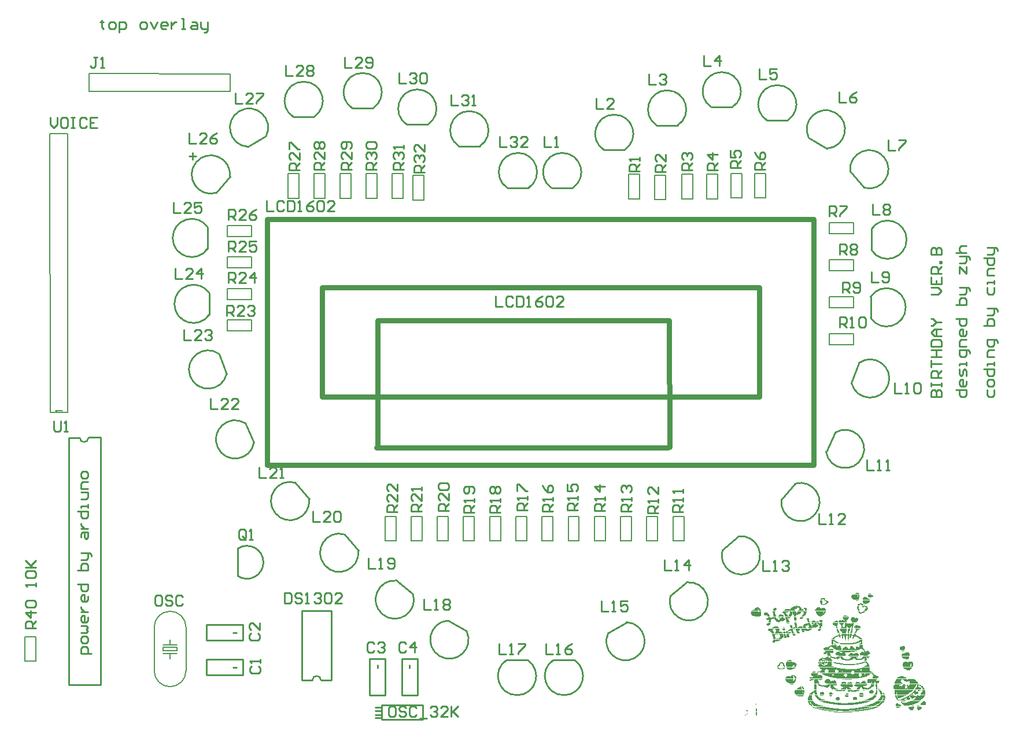
<source format=gto>
G04*
G04 #@! TF.GenerationSoftware,Altium Limited,Altium Designer,21.2.1 (34)*
G04*
G04 Layer_Color=65535*
%FSLAX24Y24*%
%MOIN*%
G70*
G04*
G04 #@! TF.SameCoordinates,50E8038E-39F9-4302-AF09-D4DFFB075F86*
G04*
G04*
G04 #@! TF.FilePolarity,Positive*
G04*
G01*
G75*
%ADD10C,0.0100*%
%ADD11C,0.0080*%
%ADD12C,0.0079*%
%ADD13C,0.0037*%
%ADD14C,0.0059*%
%ADD15C,0.0300*%
%ADD16C,0.0060*%
D10*
X11067Y29505D02*
G03*
X11067Y28282I-917J-611D01*
G01*
X11167Y25705D02*
G03*
X11167Y24482I-917J-611D01*
G01*
X20611Y36383D02*
G03*
X19389Y36383I-611J917D01*
G01*
X14438Y34761D02*
G03*
X13379Y34150I-988J489D01*
G01*
X12346Y32429D02*
G03*
X11560Y31492I-1096J121D01*
G01*
X44137Y13793D02*
G03*
X44923Y14730I1096J-121D01*
G01*
X40742Y10910D02*
G03*
X41679Y11696I1058J-310D01*
G01*
X21971Y9146D02*
G03*
X22908Y8360I-121J-1096D01*
G01*
X3693Y17379D02*
G03*
X4193Y17379I250J0D01*
G01*
X12800Y9411D02*
G03*
X12800Y10989I529J789D01*
G01*
X17600Y3400D02*
G03*
X17100Y3400I-250J0D01*
G01*
X29561Y31776D02*
G03*
X28339Y31776I-611J917D01*
G01*
X26761Y34183D02*
G03*
X25539Y34183I-611J917D01*
G01*
X23761Y35433D02*
G03*
X22539Y35433I-611J917D01*
G01*
X17211Y35883D02*
G03*
X15989Y35883I-611J917D01*
G01*
X11743Y22199D02*
G03*
X12161Y21050I-653J-888D01*
G01*
X13220Y18224D02*
G03*
X13737Y17116I-573J-942D01*
G01*
X16127Y14787D02*
G03*
X16913Y13850I-310J-1058D01*
G01*
X18960Y11808D02*
G03*
X19746Y10871I-310J-1058D01*
G01*
X24929Y6844D02*
G03*
X25988Y6232I71J-1100D01*
G01*
X28289Y4561D02*
G03*
X29511Y4561I611J-917D01*
G01*
X30989D02*
G03*
X32211Y4561I611J-917D01*
G01*
X34162Y6139D02*
G03*
X35221Y6750I988J-489D01*
G01*
X37742Y8260D02*
G03*
X38679Y9046I1058J-310D01*
G01*
X46713Y16566D02*
G03*
X47230Y17674I1090J167D01*
G01*
X48179Y20533D02*
G03*
X48597Y21682I1071J261D01*
G01*
X49283Y24282D02*
G03*
X49283Y25505I917J611D01*
G01*
X49333Y28182D02*
G03*
X49333Y29405I917J611D01*
G01*
X48890Y31792D02*
G03*
X48104Y32729I310J1058D01*
G01*
X46771Y34050D02*
G03*
X45712Y34661I-71J1100D01*
G01*
X44511Y35683D02*
G03*
X43289Y35683I-611J917D01*
G01*
X41311Y36433D02*
G03*
X40089Y36433I-611J917D01*
G01*
X38161Y35383D02*
G03*
X36939Y35383I-611J917D01*
G01*
X35111Y33983D02*
G03*
X33889Y33983I-611J917D01*
G01*
X32111Y31776D02*
G03*
X30889Y31776I-611J917D01*
G01*
X11067Y28282D02*
Y29505D01*
X20724Y1408D02*
X21091D01*
X20743Y1250D02*
X21091D01*
X23453Y1136D02*
Y1963D01*
X21091Y1136D02*
Y1963D01*
Y1136D02*
X23453D01*
X21091Y1963D02*
X23453D01*
X20724Y1640D02*
X21091D01*
X20731Y1839D02*
X21091D01*
X20400Y2550D02*
X21300D01*
X20400D02*
Y4650D01*
X21300D01*
Y2550D02*
Y4650D01*
X20850Y4091D02*
Y4287D01*
X22250Y2550D02*
X23150D01*
X22250D02*
Y4650D01*
X23150D01*
Y2550D02*
Y4650D01*
X22700Y4091D02*
Y4287D01*
X11167Y24482D02*
Y25705D01*
X19389Y36383D02*
X20611D01*
X13379Y34150D02*
X14438Y34761D01*
X11560Y31492D02*
X12346Y32429D01*
X44137Y13793D02*
X44923Y14730D01*
X13220Y18224D02*
X13737Y17116D01*
X46713Y16566D02*
X47230Y17674D01*
X48179Y20533D02*
X48597Y21682D01*
X40742Y10910D02*
X41679Y11696D01*
X21971Y9146D02*
X22908Y8360D01*
X4203Y17391D02*
X4892D01*
Y3127D02*
Y17391D01*
X3047Y3127D02*
X4892D01*
X3047D02*
Y17381D01*
X3692D01*
X12800Y10989D02*
X12800Y9411D01*
X17600Y3400D02*
X18200D01*
X16500D02*
X17100D01*
X16500D02*
Y7400D01*
X18200D01*
Y3400D02*
Y7400D01*
X11001Y5695D02*
Y6595D01*
X13101D01*
Y5695D02*
Y6595D01*
X11001Y5695D02*
X13101D01*
X12542Y6145D02*
X12738D01*
X11000Y3700D02*
Y4600D01*
X13100D01*
Y3700D02*
Y4600D01*
X11000Y3700D02*
X13100D01*
X12541Y4150D02*
X12737D01*
X28339Y31776D02*
X29561D01*
X25539Y34183D02*
X26761D01*
X22539Y35433D02*
X23761D01*
X15989Y35883D02*
X17211D01*
X11743Y22199D02*
X12161Y21050D01*
X16127Y14787D02*
X16913Y13850D01*
X18960Y11808D02*
X19746Y10871D01*
X24929Y6844D02*
X25988Y6232D01*
X28289Y4561D02*
X29511D01*
X30989D02*
X32211D01*
X34162Y6139D02*
X35221Y6750D01*
X37742Y8260D02*
X38679Y9046D01*
X49283Y24282D02*
Y25505D01*
X49333Y28182D02*
Y29405D01*
X48104Y32729D02*
X48890Y31792D01*
X45712Y34661D02*
X46771Y34050D01*
X43289Y35683D02*
X44511D01*
X40089Y36433D02*
X41311D01*
X36939Y35383D02*
X38161D01*
X33889Y33983D02*
X35111D01*
X30889Y31776D02*
X32111D01*
X10000Y33600D02*
X10400D01*
X10200Y33800D02*
Y33400D01*
X9100Y30950D02*
Y30350D01*
X9500D01*
X10100D02*
X9700D01*
X10100Y30750D01*
Y30850D01*
X10000Y30950D01*
X9800D01*
X9700Y30850D01*
X10699Y30950D02*
X10300D01*
Y30650D01*
X10500Y30750D01*
X10600D01*
X10699Y30650D01*
Y30450D01*
X10600Y30350D01*
X10400D01*
X10300Y30450D01*
X2010Y35840D02*
Y35440D01*
X2210Y35240D01*
X2410Y35440D01*
Y35840D01*
X2910D02*
X2710D01*
X2610Y35740D01*
Y35340D01*
X2710Y35240D01*
X2910D01*
X3010Y35340D01*
Y35740D01*
X2910Y35840D01*
X3210D02*
X3410D01*
X3310D01*
Y35240D01*
X3210D01*
X3410D01*
X4109Y35740D02*
X4009Y35840D01*
X3809D01*
X3709Y35740D01*
Y35340D01*
X3809Y35240D01*
X4009D01*
X4109Y35340D01*
X4709Y35840D02*
X4309D01*
Y35240D01*
X4709D01*
X4309Y35540D02*
X4509D01*
X27650Y25550D02*
Y24950D01*
X28050D01*
X28650Y25450D02*
X28550Y25550D01*
X28350D01*
X28250Y25450D01*
Y25050D01*
X28350Y24950D01*
X28550D01*
X28650Y25050D01*
X28850Y25550D02*
Y24950D01*
X29150D01*
X29249Y25050D01*
Y25450D01*
X29150Y25550D01*
X28850D01*
X29449Y24950D02*
X29649D01*
X29549D01*
Y25550D01*
X29449Y25450D01*
X30349Y25550D02*
X30149Y25450D01*
X29949Y25250D01*
Y25050D01*
X30049Y24950D01*
X30249D01*
X30349Y25050D01*
Y25150D01*
X30249Y25250D01*
X29949D01*
X30549Y25450D02*
X30649Y25550D01*
X30849D01*
X30949Y25450D01*
Y25050D01*
X30849Y24950D01*
X30649D01*
X30549Y25050D01*
Y25450D01*
X31549Y24950D02*
X31149D01*
X31549Y25350D01*
Y25450D01*
X31449Y25550D01*
X31249D01*
X31149Y25450D01*
X4950Y41450D02*
Y41350D01*
X4850D01*
X5050D01*
X4950D01*
Y41050D01*
X5050Y40950D01*
X5450D02*
X5650D01*
X5750Y41050D01*
Y41250D01*
X5650Y41350D01*
X5450D01*
X5350Y41250D01*
Y41050D01*
X5450Y40950D01*
X5950Y40750D02*
Y41350D01*
X6250D01*
X6350Y41250D01*
Y41050D01*
X6250Y40950D01*
X5950D01*
X7249D02*
X7449D01*
X7549Y41050D01*
Y41250D01*
X7449Y41350D01*
X7249D01*
X7149Y41250D01*
Y41050D01*
X7249Y40950D01*
X7749Y41350D02*
X7949Y40950D01*
X8149Y41350D01*
X8649Y40950D02*
X8449D01*
X8349Y41050D01*
Y41250D01*
X8449Y41350D01*
X8649D01*
X8749Y41250D01*
Y41150D01*
X8349D01*
X8949Y41350D02*
Y40950D01*
Y41150D01*
X9049Y41250D01*
X9149Y41350D01*
X9249D01*
X9548Y40950D02*
X9748D01*
X9648D01*
Y41550D01*
X9548D01*
X10148Y41350D02*
X10348D01*
X10448Y41250D01*
Y40950D01*
X10148D01*
X10048Y41050D01*
X10148Y41150D01*
X10448D01*
X10648Y41350D02*
Y41050D01*
X10748Y40950D01*
X11048D01*
Y40850D01*
X10948Y40750D01*
X10848D01*
X11048Y40950D02*
Y41350D01*
X52750Y19750D02*
X53350D01*
Y20050D01*
X53250Y20150D01*
X53150D01*
X53050Y20050D01*
Y19750D01*
Y20050D01*
X52950Y20150D01*
X52850D01*
X52750Y20050D01*
Y19750D01*
Y20350D02*
Y20550D01*
Y20450D01*
X53350D01*
Y20350D01*
Y20550D01*
Y20850D02*
X52750D01*
Y21150D01*
X52850Y21250D01*
X53050D01*
X53150Y21150D01*
Y20850D01*
Y21050D02*
X53350Y21250D01*
X52750Y21449D02*
Y21849D01*
Y21649D01*
X53350D01*
X52750Y22049D02*
X53350D01*
X53050D01*
Y22449D01*
X52750D01*
X53350D01*
X52750Y22649D02*
X53350D01*
Y22949D01*
X53250Y23049D01*
X52850D01*
X52750Y22949D01*
Y22649D01*
X53350Y23249D02*
X52950D01*
X52750Y23449D01*
X52950Y23649D01*
X53350D01*
X53050D01*
Y23249D01*
X52750Y23849D02*
X52850D01*
X53050Y24049D01*
X52850Y24249D01*
X52750D01*
X53050Y24049D02*
X53350D01*
X52750Y25648D02*
X53150D01*
X53350Y25848D01*
X53150Y26048D01*
X52750D01*
Y26648D02*
Y26248D01*
X53350D01*
Y26648D01*
X53050Y26248D02*
Y26448D01*
X53350Y26848D02*
X52750D01*
Y27148D01*
X52850Y27248D01*
X53050D01*
X53150Y27148D01*
Y26848D01*
Y27048D02*
X53350Y27248D01*
Y27448D02*
X53250D01*
Y27547D01*
X53350D01*
Y27448D01*
X52750Y27947D02*
X53350D01*
Y28247D01*
X53250Y28347D01*
X53150D01*
X53050Y28247D01*
Y27947D01*
Y28247D01*
X52950Y28347D01*
X52850D01*
X52750Y28247D01*
Y27947D01*
X54200Y20150D02*
X54800D01*
Y19850D01*
X54700Y19750D01*
X54500D01*
X54400Y19850D01*
Y20150D01*
X54800Y20650D02*
Y20450D01*
X54700Y20350D01*
X54500D01*
X54400Y20450D01*
Y20650D01*
X54500Y20750D01*
X54600D01*
Y20350D01*
X54800Y20950D02*
Y21250D01*
X54700Y21349D01*
X54600Y21250D01*
Y21050D01*
X54500Y20950D01*
X54400Y21050D01*
Y21349D01*
X54800Y21549D02*
Y21749D01*
Y21649D01*
X54400D01*
Y21549D01*
X55000Y22249D02*
Y22349D01*
X54900Y22449D01*
X54400D01*
Y22149D01*
X54500Y22049D01*
X54700D01*
X54800Y22149D01*
Y22449D01*
Y22649D02*
X54400D01*
Y22949D01*
X54500Y23049D01*
X54800D01*
Y23549D02*
Y23349D01*
X54700Y23249D01*
X54500D01*
X54400Y23349D01*
Y23549D01*
X54500Y23649D01*
X54600D01*
Y23249D01*
X54200Y24249D02*
X54800D01*
Y23949D01*
X54700Y23849D01*
X54500D01*
X54400Y23949D01*
Y24249D01*
X54200Y25048D02*
X54800D01*
Y25348D01*
X54700Y25448D01*
X54600D01*
X54500D01*
X54400Y25348D01*
Y25048D01*
Y25648D02*
X54700D01*
X54800Y25748D01*
Y26048D01*
X54900D01*
X55000Y25948D01*
Y25848D01*
X54800Y26048D02*
X54400D01*
Y26848D02*
Y27248D01*
X54800Y26848D01*
Y27248D01*
X54400Y27448D02*
X54700D01*
X54800Y27547D01*
Y27847D01*
X54900D01*
X55000Y27747D01*
Y27647D01*
X54800Y27847D02*
X54400D01*
X54200Y28047D02*
X54800D01*
X54500D01*
X54400Y28147D01*
Y28347D01*
X54500Y28447D01*
X54800D01*
X56000Y20150D02*
Y19850D01*
X56100Y19750D01*
X56300D01*
X56400Y19850D01*
Y20150D01*
Y20450D02*
Y20650D01*
X56300Y20750D01*
X56100D01*
X56000Y20650D01*
Y20450D01*
X56100Y20350D01*
X56300D01*
X56400Y20450D01*
X55800Y21349D02*
X56400D01*
Y21050D01*
X56300Y20950D01*
X56100D01*
X56000Y21050D01*
Y21349D01*
X56400Y21549D02*
Y21749D01*
Y21649D01*
X56000D01*
Y21549D01*
X56400Y22049D02*
X56000D01*
Y22349D01*
X56100Y22449D01*
X56400D01*
X56600Y22849D02*
Y22949D01*
X56500Y23049D01*
X56000D01*
Y22749D01*
X56100Y22649D01*
X56300D01*
X56400Y22749D01*
Y23049D01*
X55800Y23849D02*
X56400D01*
Y24149D01*
X56300Y24249D01*
X56200D01*
X56100D01*
X56000Y24149D01*
Y23849D01*
Y24448D02*
X56300D01*
X56400Y24548D01*
Y24848D01*
X56500D01*
X56600Y24748D01*
Y24648D01*
X56400Y24848D02*
X56000D01*
Y26048D02*
Y25748D01*
X56100Y25648D01*
X56300D01*
X56400Y25748D01*
Y26048D01*
Y26248D02*
Y26448D01*
Y26348D01*
X56000D01*
Y26248D01*
X56400Y26748D02*
X56000D01*
Y27048D01*
X56100Y27148D01*
X56400D01*
X55800Y27747D02*
X56400D01*
Y27448D01*
X56300Y27348D01*
X56100D01*
X56000Y27448D01*
Y27747D01*
Y27947D02*
X56300D01*
X56400Y28047D01*
Y28347D01*
X56500D01*
X56600Y28247D01*
Y28147D01*
X56400Y28347D02*
X56000D01*
X4350Y4950D02*
X3750D01*
Y5250D01*
X3850Y5350D01*
X4050D01*
X4150Y5250D01*
Y4950D01*
Y5650D02*
Y5850D01*
X4050Y5950D01*
X3850D01*
X3750Y5850D01*
Y5650D01*
X3850Y5550D01*
X4050D01*
X4150Y5650D01*
X3750Y6150D02*
X4050D01*
X4150Y6250D01*
X4050Y6350D01*
X4150Y6450D01*
X4050Y6549D01*
X3750D01*
X4150Y7049D02*
Y6849D01*
X4050Y6749D01*
X3850D01*
X3750Y6849D01*
Y7049D01*
X3850Y7149D01*
X3950D01*
Y6749D01*
X3750Y7349D02*
X4150D01*
X3950D01*
X3850Y7449D01*
X3750Y7549D01*
Y7649D01*
X4150Y8249D02*
Y8049D01*
X4050Y7949D01*
X3850D01*
X3750Y8049D01*
Y8249D01*
X3850Y8349D01*
X3950D01*
Y7949D01*
X3550Y8949D02*
X4150D01*
Y8649D01*
X4050Y8549D01*
X3850D01*
X3750Y8649D01*
Y8949D01*
X3550Y9748D02*
X4150D01*
Y10048D01*
X4050Y10148D01*
X3950D01*
X3850D01*
X3750Y10048D01*
Y9748D01*
Y10348D02*
X4050D01*
X4150Y10448D01*
Y10748D01*
X4250D01*
X4350Y10648D01*
Y10548D01*
X4150Y10748D02*
X3750D01*
Y11648D02*
Y11848D01*
X3850Y11948D01*
X4150D01*
Y11648D01*
X4050Y11548D01*
X3950Y11648D01*
Y11948D01*
X3750Y12148D02*
X4150D01*
X3950D01*
X3850Y12248D01*
X3750Y12348D01*
Y12448D01*
X3550Y13147D02*
X4150D01*
Y12847D01*
X4050Y12747D01*
X3850D01*
X3750Y12847D01*
Y13147D01*
X4150Y13347D02*
Y13547D01*
Y13447D01*
X3750D01*
Y13347D01*
Y13847D02*
X4050D01*
X4150Y13947D01*
Y14247D01*
X3750D01*
X4150Y14447D02*
X3750D01*
Y14747D01*
X3850Y14847D01*
X4150D01*
Y15147D02*
Y15347D01*
X4050Y15447D01*
X3850D01*
X3750Y15347D01*
Y15147D01*
X3850Y15047D01*
X4050D01*
X4150Y15147D01*
X21793Y1900D02*
X21593D01*
X21493Y1800D01*
Y1400D01*
X21593Y1300D01*
X21793D01*
X21893Y1400D01*
Y1800D01*
X21793Y1900D01*
X22492Y1800D02*
X22392Y1900D01*
X22193D01*
X22093Y1800D01*
Y1700D01*
X22193Y1600D01*
X22392D01*
X22492Y1500D01*
Y1400D01*
X22392Y1300D01*
X22193D01*
X22093Y1400D01*
X23092Y1800D02*
X22992Y1900D01*
X22792D01*
X22692Y1800D01*
Y1400D01*
X22792Y1300D01*
X22992D01*
X23092Y1400D01*
X23292Y1200D02*
X23692D01*
X23892Y1800D02*
X23992Y1900D01*
X24192D01*
X24292Y1800D01*
Y1700D01*
X24192Y1600D01*
X24092D01*
X24192D01*
X24292Y1500D01*
Y1400D01*
X24192Y1300D01*
X23992D01*
X23892Y1400D01*
X24892Y1300D02*
X24492D01*
X24892Y1700D01*
Y1800D01*
X24792Y1900D01*
X24592D01*
X24492Y1800D01*
X25092Y1900D02*
Y1300D01*
Y1500D01*
X25491Y1900D01*
X25192Y1600D01*
X25491Y1300D01*
X22500Y5500D02*
X22400Y5600D01*
X22200D01*
X22100Y5500D01*
Y5100D01*
X22200Y5000D01*
X22400D01*
X22500Y5100D01*
X23000Y5000D02*
Y5600D01*
X22700Y5300D01*
X23100D01*
X20650Y5500D02*
X20550Y5600D01*
X20350D01*
X20250Y5500D01*
Y5100D01*
X20350Y5000D01*
X20550D01*
X20650Y5100D01*
X20850Y5500D02*
X20950Y5600D01*
X21150D01*
X21250Y5500D01*
Y5400D01*
X21150Y5300D01*
X21050D01*
X21150D01*
X21250Y5200D01*
Y5100D01*
X21150Y5000D01*
X20950D01*
X20850Y5100D01*
X4700Y39300D02*
X4500D01*
X4600D01*
Y38800D01*
X4500Y38700D01*
X4400D01*
X4300Y38800D01*
X4900Y38700D02*
X5100D01*
X5000D01*
Y39300D01*
X4900Y39200D01*
X20330Y10430D02*
Y9830D01*
X20730D01*
X20930D02*
X21130D01*
X21030D01*
Y10430D01*
X20930Y10330D01*
X21430Y9930D02*
X21530Y9830D01*
X21730D01*
X21830Y9930D01*
Y10330D01*
X21730Y10430D01*
X21530D01*
X21430Y10330D01*
Y10230D01*
X21530Y10130D01*
X21830D01*
X2210Y18340D02*
Y17840D01*
X2310Y17740D01*
X2510D01*
X2610Y17840D01*
Y18340D01*
X2810Y17740D02*
X3010D01*
X2910D01*
Y18340D01*
X2810Y18240D01*
X13250Y11600D02*
Y12000D01*
X13150Y12100D01*
X12950D01*
X12850Y12000D01*
Y11600D01*
X12950Y11500D01*
X13150D01*
X13050Y11700D02*
X13250Y11500D01*
X13150D02*
X13250Y11600D01*
X13450Y11500D02*
X13650D01*
X13550D01*
Y12100D01*
X13450Y12000D01*
X8340Y8320D02*
X8140D01*
X8040Y8220D01*
Y7820D01*
X8140Y7720D01*
X8340D01*
X8440Y7820D01*
Y8220D01*
X8340Y8320D01*
X9040Y8220D02*
X8940Y8320D01*
X8740D01*
X8640Y8220D01*
Y8120D01*
X8740Y8020D01*
X8940D01*
X9040Y7920D01*
Y7820D01*
X8940Y7720D01*
X8740D01*
X8640Y7820D01*
X9639Y8220D02*
X9540Y8320D01*
X9340D01*
X9240Y8220D01*
Y7820D01*
X9340Y7720D01*
X9540D01*
X9639Y7820D01*
X14450Y31030D02*
Y30430D01*
X14850D01*
X15450Y30930D02*
X15350Y31030D01*
X15150D01*
X15050Y30930D01*
Y30530D01*
X15150Y30430D01*
X15350D01*
X15450Y30530D01*
X15650Y31030D02*
Y30430D01*
X15950D01*
X16049Y30530D01*
Y30930D01*
X15950Y31030D01*
X15650D01*
X16249Y30430D02*
X16449D01*
X16349D01*
Y31030D01*
X16249Y30930D01*
X17149Y31030D02*
X16949Y30930D01*
X16749Y30730D01*
Y30530D01*
X16849Y30430D01*
X17049D01*
X17149Y30530D01*
Y30630D01*
X17049Y30730D01*
X16749D01*
X17349Y30930D02*
X17449Y31030D01*
X17649D01*
X17749Y30930D01*
Y30530D01*
X17649Y30430D01*
X17449D01*
X17349Y30530D01*
Y30930D01*
X18349Y30430D02*
X17949D01*
X18349Y30830D01*
Y30930D01*
X18249Y31030D01*
X18049D01*
X17949Y30930D01*
X15510Y8430D02*
Y7830D01*
X15810D01*
X15910Y7930D01*
Y8330D01*
X15810Y8430D01*
X15510D01*
X16510Y8330D02*
X16410Y8430D01*
X16210D01*
X16110Y8330D01*
Y8230D01*
X16210Y8130D01*
X16410D01*
X16510Y8030D01*
Y7930D01*
X16410Y7830D01*
X16210D01*
X16110Y7930D01*
X16710Y7830D02*
X16910D01*
X16810D01*
Y8430D01*
X16710Y8330D01*
X17209D02*
X17309Y8430D01*
X17509D01*
X17609Y8330D01*
Y8230D01*
X17509Y8130D01*
X17409D01*
X17509D01*
X17609Y8030D01*
Y7930D01*
X17509Y7830D01*
X17309D01*
X17209Y7930D01*
X17809Y8330D02*
X17909Y8430D01*
X18109D01*
X18209Y8330D01*
Y7930D01*
X18109Y7830D01*
X17909D01*
X17809Y7930D01*
Y8330D01*
X18809Y7830D02*
X18409D01*
X18809Y8230D01*
Y8330D01*
X18709Y8430D01*
X18509D01*
X18409Y8330D01*
X13551Y6095D02*
X13451Y5995D01*
Y5795D01*
X13551Y5695D01*
X13951D01*
X14051Y5795D01*
Y5995D01*
X13951Y6095D01*
X14051Y6695D02*
Y6295D01*
X13651Y6695D01*
X13551D01*
X13451Y6595D01*
Y6395D01*
X13551Y6295D01*
X13600Y4200D02*
X13500Y4100D01*
Y3900D01*
X13600Y3800D01*
X14000D01*
X14100Y3900D01*
Y4100D01*
X14000Y4200D01*
X14100Y4400D02*
Y4600D01*
Y4500D01*
X13500D01*
X13600Y4400D01*
X27900Y34750D02*
Y34150D01*
X28300D01*
X28500Y34650D02*
X28600Y34750D01*
X28800D01*
X28900Y34650D01*
Y34550D01*
X28800Y34450D01*
X28700D01*
X28800D01*
X28900Y34350D01*
Y34250D01*
X28800Y34150D01*
X28600D01*
X28500Y34250D01*
X29499Y34150D02*
X29100D01*
X29499Y34550D01*
Y34650D01*
X29400Y34750D01*
X29200D01*
X29100Y34650D01*
X25100Y37150D02*
Y36550D01*
X25500D01*
X25700Y37050D02*
X25800Y37150D01*
X26000D01*
X26100Y37050D01*
Y36950D01*
X26000Y36850D01*
X25900D01*
X26000D01*
X26100Y36750D01*
Y36650D01*
X26000Y36550D01*
X25800D01*
X25700Y36650D01*
X26300Y36550D02*
X26500D01*
X26400D01*
Y37150D01*
X26300Y37050D01*
X22100Y38400D02*
Y37800D01*
X22500D01*
X22700Y38300D02*
X22800Y38400D01*
X23000D01*
X23100Y38300D01*
Y38200D01*
X23000Y38100D01*
X22900D01*
X23000D01*
X23100Y38000D01*
Y37900D01*
X23000Y37800D01*
X22800D01*
X22700Y37900D01*
X23300Y38300D02*
X23400Y38400D01*
X23600D01*
X23699Y38300D01*
Y37900D01*
X23600Y37800D01*
X23400D01*
X23300Y37900D01*
Y38300D01*
X18950Y39300D02*
Y38700D01*
X19350D01*
X19950D02*
X19550D01*
X19950Y39100D01*
Y39200D01*
X19850Y39300D01*
X19650D01*
X19550Y39200D01*
X20150Y38800D02*
X20250Y38700D01*
X20450D01*
X20550Y38800D01*
Y39200D01*
X20450Y39300D01*
X20250D01*
X20150Y39200D01*
Y39100D01*
X20250Y39000D01*
X20550D01*
X15550Y38850D02*
Y38250D01*
X15950D01*
X16550D02*
X16150D01*
X16550Y38650D01*
Y38750D01*
X16450Y38850D01*
X16250D01*
X16150Y38750D01*
X16750D02*
X16850Y38850D01*
X17050D01*
X17149Y38750D01*
Y38650D01*
X17050Y38550D01*
X17149Y38450D01*
Y38350D01*
X17050Y38250D01*
X16850D01*
X16750Y38350D01*
Y38450D01*
X16850Y38550D01*
X16750Y38650D01*
Y38750D01*
X16850Y38550D02*
X17050D01*
X12650Y37250D02*
Y36650D01*
X13050D01*
X13650D02*
X13250D01*
X13650Y37050D01*
Y37150D01*
X13550Y37250D01*
X13350D01*
X13250Y37150D01*
X13850Y37250D02*
X14250D01*
Y37150D01*
X13850Y36750D01*
Y36650D01*
X10000Y34950D02*
Y34350D01*
X10400D01*
X11000D02*
X10600D01*
X11000Y34750D01*
Y34850D01*
X10900Y34950D01*
X10700D01*
X10600Y34850D01*
X11600Y34950D02*
X11400Y34850D01*
X11200Y34650D01*
Y34450D01*
X11300Y34350D01*
X11500D01*
X11600Y34450D01*
Y34550D01*
X11500Y34650D01*
X11200D01*
X9200Y27150D02*
Y26550D01*
X9600D01*
X10200D02*
X9800D01*
X10200Y26950D01*
Y27050D01*
X10100Y27150D01*
X9900D01*
X9800Y27050D01*
X10700Y26550D02*
Y27150D01*
X10400Y26850D01*
X10799D01*
X9710Y23620D02*
Y23020D01*
X10110D01*
X10710D02*
X10310D01*
X10710Y23420D01*
Y23520D01*
X10610Y23620D01*
X10410D01*
X10310Y23520D01*
X10910D02*
X11010Y23620D01*
X11210D01*
X11309Y23520D01*
Y23420D01*
X11210Y23320D01*
X11110D01*
X11210D01*
X11309Y23220D01*
Y23120D01*
X11210Y23020D01*
X11010D01*
X10910Y23120D01*
X11220Y19640D02*
Y19040D01*
X11620D01*
X12220D02*
X11820D01*
X12220Y19440D01*
Y19540D01*
X12120Y19640D01*
X11920D01*
X11820Y19540D01*
X12819Y19040D02*
X12420D01*
X12819Y19440D01*
Y19540D01*
X12720Y19640D01*
X12520D01*
X12420Y19540D01*
X14017Y15679D02*
Y15079D01*
X14417D01*
X15017D02*
X14617D01*
X15017Y15479D01*
Y15579D01*
X14917Y15679D01*
X14717D01*
X14617Y15579D01*
X15217Y15079D02*
X15417D01*
X15317D01*
Y15679D01*
X15217Y15579D01*
X17130Y13150D02*
Y12550D01*
X17530D01*
X18130D02*
X17730D01*
X18130Y12950D01*
Y13050D01*
X18030Y13150D01*
X17830D01*
X17730Y13050D01*
X18330D02*
X18430Y13150D01*
X18630D01*
X18729Y13050D01*
Y12650D01*
X18630Y12550D01*
X18430D01*
X18330Y12650D01*
Y13050D01*
X23530Y8060D02*
Y7460D01*
X23930D01*
X24130D02*
X24330D01*
X24230D01*
Y8060D01*
X24130Y7960D01*
X24630D02*
X24730Y8060D01*
X24930D01*
X25030Y7960D01*
Y7860D01*
X24930Y7760D01*
X25030Y7660D01*
Y7560D01*
X24930Y7460D01*
X24730D01*
X24630Y7560D01*
Y7660D01*
X24730Y7760D01*
X24630Y7860D01*
Y7960D01*
X24730Y7760D02*
X24930D01*
X27850Y5510D02*
Y4910D01*
X28250D01*
X28450D02*
X28650D01*
X28550D01*
Y5510D01*
X28450Y5410D01*
X28950Y5510D02*
X29350D01*
Y5410D01*
X28950Y5010D01*
Y4910D01*
X30550Y5510D02*
Y4910D01*
X30950D01*
X31150D02*
X31350D01*
X31250D01*
Y5510D01*
X31150Y5410D01*
X32050Y5510D02*
X31850Y5410D01*
X31650Y5210D01*
Y5010D01*
X31750Y4910D01*
X31950D01*
X32050Y5010D01*
Y5110D01*
X31950Y5210D01*
X31650D01*
X33770Y7960D02*
Y7360D01*
X34170D01*
X34370D02*
X34570D01*
X34470D01*
Y7960D01*
X34370Y7860D01*
X35270Y7960D02*
X34870D01*
Y7660D01*
X35070Y7760D01*
X35170D01*
X35270Y7660D01*
Y7460D01*
X35170Y7360D01*
X34970D01*
X34870Y7460D01*
X37400Y10330D02*
Y9730D01*
X37800D01*
X38000D02*
X38200D01*
X38100D01*
Y10330D01*
X38000Y10230D01*
X38800Y9730D02*
Y10330D01*
X38500Y10030D01*
X38900D01*
X43050Y10300D02*
Y9700D01*
X43450D01*
X43650D02*
X43850D01*
X43750D01*
Y10300D01*
X43650Y10200D01*
X44150D02*
X44250Y10300D01*
X44450D01*
X44550Y10200D01*
Y10100D01*
X44450Y10000D01*
X44350D01*
X44450D01*
X44550Y9900D01*
Y9800D01*
X44450Y9700D01*
X44250D01*
X44150Y9800D01*
X46300Y12994D02*
Y12394D01*
X46700D01*
X46900D02*
X47100D01*
X47000D01*
Y12994D01*
X46900Y12894D01*
X47800Y12394D02*
X47400D01*
X47800Y12794D01*
Y12894D01*
X47700Y12994D01*
X47500D01*
X47400Y12894D01*
X49050Y16094D02*
Y15494D01*
X49450D01*
X49650D02*
X49850D01*
X49750D01*
Y16094D01*
X49650Y15994D01*
X50150Y15494D02*
X50350D01*
X50250D01*
Y16094D01*
X50150Y15994D01*
X50650Y20544D02*
Y19944D01*
X51050D01*
X51250D02*
X51450D01*
X51350D01*
Y20544D01*
X51250Y20444D01*
X51750D02*
X51850Y20544D01*
X52050D01*
X52150Y20444D01*
Y20044D01*
X52050Y19944D01*
X51850D01*
X51750Y20044D01*
Y20444D01*
X49330Y26950D02*
Y26350D01*
X49730D01*
X49930Y26450D02*
X50030Y26350D01*
X50230D01*
X50330Y26450D01*
Y26850D01*
X50230Y26950D01*
X50030D01*
X49930Y26850D01*
Y26750D01*
X50030Y26650D01*
X50330D01*
X49380Y30850D02*
Y30250D01*
X49780D01*
X49980Y30750D02*
X50080Y30850D01*
X50280D01*
X50380Y30750D01*
Y30650D01*
X50280Y30550D01*
X50380Y30450D01*
Y30350D01*
X50280Y30250D01*
X50080D01*
X49980Y30350D01*
Y30450D01*
X50080Y30550D01*
X49980Y30650D01*
Y30750D01*
X50080Y30550D02*
X50280D01*
X50300Y34550D02*
Y33950D01*
X50700D01*
X50900Y34550D02*
X51300D01*
Y34450D01*
X50900Y34050D01*
Y33950D01*
X47450Y37300D02*
Y36700D01*
X47850D01*
X48450Y37300D02*
X48250Y37200D01*
X48050Y37000D01*
Y36800D01*
X48150Y36700D01*
X48350D01*
X48450Y36800D01*
Y36900D01*
X48350Y37000D01*
X48050D01*
X42850Y38650D02*
Y38050D01*
X43250D01*
X43850Y38650D02*
X43450D01*
Y38350D01*
X43650Y38450D01*
X43750D01*
X43850Y38350D01*
Y38150D01*
X43750Y38050D01*
X43550D01*
X43450Y38150D01*
X39650Y39400D02*
Y38800D01*
X40050D01*
X40550D02*
Y39400D01*
X40250Y39100D01*
X40650D01*
X36500Y38350D02*
Y37750D01*
X36900D01*
X37100Y38250D02*
X37200Y38350D01*
X37400D01*
X37500Y38250D01*
Y38150D01*
X37400Y38050D01*
X37300D01*
X37400D01*
X37500Y37950D01*
Y37850D01*
X37400Y37750D01*
X37200D01*
X37100Y37850D01*
X33450Y36950D02*
Y36350D01*
X33850D01*
X34450D02*
X34050D01*
X34450Y36750D01*
Y36850D01*
X34350Y36950D01*
X34150D01*
X34050Y36850D01*
X30450Y34750D02*
Y34150D01*
X30850D01*
X31050D02*
X31250D01*
X31150D01*
Y34750D01*
X31050Y34650D01*
X1150Y6401D02*
X550D01*
Y6701D01*
X650Y6801D01*
X850D01*
X950Y6701D01*
Y6401D01*
Y6601D02*
X1150Y6801D01*
Y7300D02*
X550D01*
X850Y7000D01*
Y7400D01*
X650Y7600D02*
X550Y7700D01*
Y7900D01*
X650Y8000D01*
X1050D01*
X1150Y7900D01*
Y7700D01*
X1050Y7600D01*
X650D01*
X1150Y8800D02*
Y9000D01*
Y8900D01*
X550D01*
X650Y8800D01*
Y9300D02*
X550Y9400D01*
Y9600D01*
X650Y9700D01*
X1050D01*
X1150Y9600D01*
Y9400D01*
X1050Y9300D01*
X650D01*
X550Y9900D02*
X1150D01*
X950D01*
X550Y10299D01*
X850Y9999D01*
X1150Y10299D01*
X23550Y32687D02*
X22950D01*
Y32986D01*
X23050Y33086D01*
X23250D01*
X23350Y32986D01*
Y32687D01*
Y32887D02*
X23550Y33086D01*
X23050Y33286D02*
X22950Y33386D01*
Y33586D01*
X23050Y33686D01*
X23150D01*
X23250Y33586D01*
Y33486D01*
Y33586D01*
X23350Y33686D01*
X23450D01*
X23550Y33586D01*
Y33386D01*
X23450Y33286D01*
X23550Y34286D02*
Y33886D01*
X23150Y34286D01*
X23050D01*
X22950Y34186D01*
Y33986D01*
X23050Y33886D01*
X22350Y32844D02*
X21750D01*
Y33144D01*
X21850Y33244D01*
X22050D01*
X22150Y33144D01*
Y32844D01*
Y33044D02*
X22350Y33244D01*
X21850Y33444D02*
X21750Y33544D01*
Y33744D01*
X21850Y33844D01*
X21950D01*
X22050Y33744D01*
Y33644D01*
Y33744D01*
X22150Y33844D01*
X22250D01*
X22350Y33744D01*
Y33544D01*
X22250Y33444D01*
X22350Y34044D02*
Y34243D01*
Y34144D01*
X21750D01*
X21850Y34044D01*
X20800Y32844D02*
X20200D01*
Y33144D01*
X20300Y33244D01*
X20500D01*
X20600Y33144D01*
Y32844D01*
Y33044D02*
X20800Y33244D01*
X20300Y33444D02*
X20200Y33544D01*
Y33744D01*
X20300Y33844D01*
X20400D01*
X20500Y33744D01*
Y33644D01*
Y33744D01*
X20600Y33844D01*
X20700D01*
X20800Y33744D01*
Y33544D01*
X20700Y33444D01*
X20300Y34044D02*
X20200Y34144D01*
Y34343D01*
X20300Y34443D01*
X20700D01*
X20800Y34343D01*
Y34144D01*
X20700Y34044D01*
X20300D01*
X19350Y32838D02*
X18750D01*
Y33138D01*
X18850Y33238D01*
X19050D01*
X19150Y33138D01*
Y32838D01*
Y33038D02*
X19350Y33238D01*
Y33837D02*
Y33437D01*
X18950Y33837D01*
X18850D01*
X18750Y33737D01*
Y33537D01*
X18850Y33437D01*
X19250Y34037D02*
X19350Y34137D01*
Y34337D01*
X19250Y34437D01*
X18850D01*
X18750Y34337D01*
Y34137D01*
X18850Y34037D01*
X18950D01*
X19050Y34137D01*
Y34437D01*
X17800Y32844D02*
X17200D01*
Y33144D01*
X17300Y33244D01*
X17500D01*
X17600Y33144D01*
Y32844D01*
Y33044D02*
X17800Y33244D01*
Y33844D02*
Y33444D01*
X17400Y33844D01*
X17300D01*
X17200Y33744D01*
Y33544D01*
X17300Y33444D01*
Y34044D02*
X17200Y34144D01*
Y34343D01*
X17300Y34443D01*
X17400D01*
X17500Y34343D01*
X17600Y34443D01*
X17700D01*
X17800Y34343D01*
Y34144D01*
X17700Y34044D01*
X17600D01*
X17500Y34144D01*
X17400Y34044D01*
X17300D01*
X17500Y34144D02*
Y34343D01*
X16350Y32794D02*
X15750D01*
Y33094D01*
X15850Y33194D01*
X16050D01*
X16150Y33094D01*
Y32794D01*
Y32994D02*
X16350Y33194D01*
Y33794D02*
Y33394D01*
X15950Y33794D01*
X15850D01*
X15750Y33694D01*
Y33494D01*
X15850Y33394D01*
X15750Y33994D02*
Y34393D01*
X15850D01*
X16250Y33994D01*
X16350D01*
X12260Y29940D02*
Y30540D01*
X12560D01*
X12660Y30440D01*
Y30240D01*
X12560Y30140D01*
X12260D01*
X12460D02*
X12660Y29940D01*
X13260D02*
X12860D01*
X13260Y30340D01*
Y30440D01*
X13160Y30540D01*
X12960D01*
X12860Y30440D01*
X13859Y30540D02*
X13660Y30440D01*
X13460Y30240D01*
Y30040D01*
X13560Y29940D01*
X13760D01*
X13859Y30040D01*
Y30140D01*
X13760Y30240D01*
X13460D01*
X12260Y28120D02*
Y28720D01*
X12560D01*
X12660Y28620D01*
Y28420D01*
X12560Y28320D01*
X12260D01*
X12460D02*
X12660Y28120D01*
X13260D02*
X12860D01*
X13260Y28520D01*
Y28620D01*
X13160Y28720D01*
X12960D01*
X12860Y28620D01*
X13859Y28720D02*
X13460D01*
Y28420D01*
X13660Y28520D01*
X13760D01*
X13859Y28420D01*
Y28220D01*
X13760Y28120D01*
X13560D01*
X13460Y28220D01*
X12260Y26300D02*
Y26900D01*
X12560D01*
X12660Y26800D01*
Y26600D01*
X12560Y26500D01*
X12260D01*
X12460D02*
X12660Y26300D01*
X13260D02*
X12860D01*
X13260Y26700D01*
Y26800D01*
X13160Y26900D01*
X12960D01*
X12860Y26800D01*
X13760Y26300D02*
Y26900D01*
X13460Y26600D01*
X13859D01*
X12150Y24394D02*
Y24994D01*
X12450D01*
X12550Y24894D01*
Y24694D01*
X12450Y24594D01*
X12150D01*
X12350D02*
X12550Y24394D01*
X13150D02*
X12750D01*
X13150Y24794D01*
Y24894D01*
X13050Y24994D01*
X12850D01*
X12750Y24894D01*
X13350D02*
X13450Y24994D01*
X13650D01*
X13750Y24894D01*
Y24794D01*
X13650Y24694D01*
X13550D01*
X13650D01*
X13750Y24594D01*
Y24494D01*
X13650Y24394D01*
X13450D01*
X13350Y24494D01*
X22000Y13094D02*
X21400D01*
Y13394D01*
X21500Y13494D01*
X21700D01*
X21800Y13394D01*
Y13094D01*
Y13294D02*
X22000Y13494D01*
Y14094D02*
Y13694D01*
X21600Y14094D01*
X21500D01*
X21400Y13994D01*
Y13794D01*
X21500Y13694D01*
X22000Y14693D02*
Y14294D01*
X21600Y14693D01*
X21500D01*
X21400Y14593D01*
Y14394D01*
X21500Y14294D01*
X23409Y13144D02*
X22809D01*
Y13444D01*
X22909Y13544D01*
X23109D01*
X23209Y13444D01*
Y13144D01*
Y13344D02*
X23409Y13544D01*
Y14144D02*
Y13744D01*
X23009Y14144D01*
X22909D01*
X22809Y14044D01*
Y13844D01*
X22909Y13744D01*
X23409Y14344D02*
Y14543D01*
Y14444D01*
X22809D01*
X22909Y14344D01*
X24968Y13188D02*
X24368D01*
Y13488D01*
X24468Y13588D01*
X24668D01*
X24768Y13488D01*
Y13188D01*
Y13388D02*
X24968Y13588D01*
Y14187D02*
Y13787D01*
X24568Y14187D01*
X24468D01*
X24368Y14087D01*
Y13887D01*
X24468Y13787D01*
Y14387D02*
X24368Y14487D01*
Y14687D01*
X24468Y14787D01*
X24868D01*
X24968Y14687D01*
Y14487D01*
X24868Y14387D01*
X24468D01*
X26427Y13088D02*
X25827D01*
Y13388D01*
X25927Y13488D01*
X26127D01*
X26227Y13388D01*
Y13088D01*
Y13288D02*
X26427Y13488D01*
Y13687D02*
Y13887D01*
Y13787D01*
X25827D01*
X25927Y13687D01*
X26327Y14187D02*
X26427Y14287D01*
Y14487D01*
X26327Y14587D01*
X25927D01*
X25827Y14487D01*
Y14287D01*
X25927Y14187D01*
X26027D01*
X26127Y14287D01*
Y14587D01*
X27936Y13088D02*
X27336D01*
Y13388D01*
X27436Y13488D01*
X27636D01*
X27736Y13388D01*
Y13088D01*
Y13288D02*
X27936Y13488D01*
Y13687D02*
Y13887D01*
Y13787D01*
X27336D01*
X27436Y13687D01*
Y14187D02*
X27336Y14287D01*
Y14487D01*
X27436Y14587D01*
X27536D01*
X27636Y14487D01*
X27736Y14587D01*
X27836D01*
X27936Y14487D01*
Y14287D01*
X27836Y14187D01*
X27736D01*
X27636Y14287D01*
X27536Y14187D01*
X27436D01*
X27636Y14287D02*
Y14487D01*
X29495Y13200D02*
X28896D01*
Y13500D01*
X28996Y13600D01*
X29195D01*
X29295Y13500D01*
Y13200D01*
Y13400D02*
X29495Y13600D01*
Y13800D02*
Y14000D01*
Y13900D01*
X28896D01*
X28996Y13800D01*
X28896Y14300D02*
Y14700D01*
X28996D01*
X29395Y14300D01*
X29495D01*
X30954Y13144D02*
X30355D01*
Y13444D01*
X30455Y13544D01*
X30655D01*
X30755Y13444D01*
Y13144D01*
Y13344D02*
X30954Y13544D01*
Y13744D02*
Y13944D01*
Y13844D01*
X30355D01*
X30455Y13744D01*
X30355Y14643D02*
X30455Y14444D01*
X30655Y14244D01*
X30854D01*
X30954Y14344D01*
Y14543D01*
X30854Y14643D01*
X30755D01*
X30655Y14543D01*
Y14244D01*
X32400Y13194D02*
X31800D01*
Y13494D01*
X31900Y13594D01*
X32100D01*
X32200Y13494D01*
Y13194D01*
Y13394D02*
X32400Y13594D01*
Y13794D02*
Y13994D01*
Y13894D01*
X31800D01*
X31900Y13794D01*
X31800Y14693D02*
Y14294D01*
X32100D01*
X32000Y14494D01*
Y14593D01*
X32100Y14693D01*
X32300D01*
X32400Y14593D01*
Y14394D01*
X32300Y14294D01*
X33973Y13188D02*
X33373D01*
Y13488D01*
X33473Y13588D01*
X33673D01*
X33773Y13488D01*
Y13188D01*
Y13388D02*
X33973Y13588D01*
Y13787D02*
Y13987D01*
Y13887D01*
X33373D01*
X33473Y13787D01*
X33973Y14587D02*
X33373D01*
X33673Y14287D01*
Y14687D01*
X35482Y13144D02*
X34882D01*
Y13444D01*
X34982Y13544D01*
X35182D01*
X35282Y13444D01*
Y13144D01*
Y13344D02*
X35482Y13544D01*
Y13744D02*
Y13944D01*
Y13844D01*
X34882D01*
X34982Y13744D01*
Y14244D02*
X34882Y14344D01*
Y14543D01*
X34982Y14643D01*
X35082D01*
X35182Y14543D01*
Y14444D01*
Y14543D01*
X35282Y14643D01*
X35382D01*
X35482Y14543D01*
Y14344D01*
X35382Y14244D01*
X37041Y13038D02*
X36441D01*
Y13338D01*
X36541Y13438D01*
X36741D01*
X36841Y13338D01*
Y13038D01*
Y13238D02*
X37041Y13438D01*
Y13637D02*
Y13837D01*
Y13737D01*
X36441D01*
X36541Y13637D01*
X37041Y14537D02*
Y14137D01*
X36641Y14537D01*
X36541D01*
X36441Y14437D01*
Y14237D01*
X36541Y14137D01*
X38450Y13100D02*
X37850D01*
Y13400D01*
X37950Y13500D01*
X38150D01*
X38250Y13400D01*
Y13100D01*
Y13300D02*
X38450Y13500D01*
Y13700D02*
Y13900D01*
Y13800D01*
X37850D01*
X37950Y13700D01*
X38450Y14200D02*
Y14400D01*
Y14300D01*
X37850D01*
X37950Y14200D01*
X47500Y23744D02*
Y24344D01*
X47800D01*
X47900Y24244D01*
Y24044D01*
X47800Y23944D01*
X47500D01*
X47700D02*
X47900Y23744D01*
X48100D02*
X48300D01*
X48200D01*
Y24344D01*
X48100Y24244D01*
X48600D02*
X48700Y24344D01*
X48900D01*
X49000Y24244D01*
Y23844D01*
X48900Y23744D01*
X48700D01*
X48600Y23844D01*
Y24244D01*
X47650Y25744D02*
Y26344D01*
X47950D01*
X48050Y26244D01*
Y26044D01*
X47950Y25944D01*
X47650D01*
X47850D02*
X48050Y25744D01*
X48250Y25844D02*
X48350Y25744D01*
X48550D01*
X48650Y25844D01*
Y26244D01*
X48550Y26344D01*
X48350D01*
X48250Y26244D01*
Y26144D01*
X48350Y26044D01*
X48650D01*
X47500Y27944D02*
Y28544D01*
X47800D01*
X47900Y28444D01*
Y28244D01*
X47800Y28144D01*
X47500D01*
X47700D02*
X47900Y27944D01*
X48100Y28444D02*
X48200Y28544D01*
X48400D01*
X48500Y28444D01*
Y28344D01*
X48400Y28244D01*
X48500Y28144D01*
Y28044D01*
X48400Y27944D01*
X48200D01*
X48100Y28044D01*
Y28144D01*
X48200Y28244D01*
X48100Y28344D01*
Y28444D01*
X48200Y28244D02*
X48400D01*
X46900Y30144D02*
Y30744D01*
X47200D01*
X47300Y30644D01*
Y30444D01*
X47200Y30344D01*
X46900D01*
X47100D02*
X47300Y30144D01*
X47500Y30744D02*
X47900D01*
Y30644D01*
X47500Y30244D01*
Y30144D01*
X43200Y32850D02*
X42600D01*
Y33150D01*
X42700Y33250D01*
X42900D01*
X43000Y33150D01*
Y32850D01*
Y33050D02*
X43200Y33250D01*
X42600Y33850D02*
X42700Y33650D01*
X42900Y33450D01*
X43100D01*
X43200Y33550D01*
Y33750D01*
X43100Y33850D01*
X43000D01*
X42900Y33750D01*
Y33450D01*
X41800Y32950D02*
X41200D01*
Y33250D01*
X41300Y33350D01*
X41500D01*
X41600Y33250D01*
Y32950D01*
Y33150D02*
X41800Y33350D01*
X41200Y33950D02*
Y33550D01*
X41500D01*
X41400Y33750D01*
Y33850D01*
X41500Y33950D01*
X41700D01*
X41800Y33850D01*
Y33650D01*
X41700Y33550D01*
X40450Y32800D02*
X39850D01*
Y33100D01*
X39950Y33200D01*
X40150D01*
X40250Y33100D01*
Y32800D01*
Y33000D02*
X40450Y33200D01*
Y33700D02*
X39850D01*
X40150Y33400D01*
Y33800D01*
X39000Y32806D02*
X38400D01*
Y33106D01*
X38500Y33206D01*
X38700D01*
X38800Y33106D01*
Y32806D01*
Y33006D02*
X39000Y33206D01*
X38500Y33406D02*
X38400Y33506D01*
Y33706D01*
X38500Y33806D01*
X38600D01*
X38700Y33706D01*
Y33606D01*
Y33706D01*
X38800Y33806D01*
X38900D01*
X39000Y33706D01*
Y33506D01*
X38900Y33406D01*
X37450Y32700D02*
X36850D01*
Y33000D01*
X36950Y33100D01*
X37150D01*
X37250Y33000D01*
Y32700D01*
Y32900D02*
X37450Y33100D01*
Y33700D02*
Y33300D01*
X37050Y33700D01*
X36950D01*
X36850Y33600D01*
Y33400D01*
X36950Y33300D01*
X35950Y32750D02*
X35350D01*
Y33050D01*
X35450Y33150D01*
X35650D01*
X35750Y33050D01*
Y32750D01*
Y32950D02*
X35950Y33150D01*
Y33350D02*
Y33550D01*
Y33450D01*
X35350D01*
X35450Y33350D01*
D11*
X7985Y3955D02*
G03*
X9815Y3956I915J-10D01*
G01*
X9815Y6455D02*
G03*
X7985Y6454I-915J10D01*
G01*
X9815Y3956D02*
Y6455D01*
X7985Y3955D02*
Y6454D01*
D12*
X1988Y18838D02*
X3012D01*
X3000Y34900D02*
X3012Y18838D01*
X1950Y34900D02*
X1988Y18838D01*
X1950Y34900D02*
X2974D01*
X12350Y37326D02*
Y38350D01*
X4238Y38362D02*
X12350Y38350D01*
X4238Y37338D02*
X12350Y37350D01*
X4238Y37338D02*
Y38362D01*
D13*
X48418Y8430D02*
X48567D01*
X48381Y8393D02*
X48604D01*
X49162D02*
X49273D01*
X48232Y8356D02*
X48493D01*
X48530D02*
X48604D01*
X49125D02*
X49311D01*
X48195Y8319D02*
X48493D01*
X48567D02*
X48604D01*
X49125D02*
X49348D01*
X48158Y8282D02*
X48493D01*
X48567D02*
X48604D01*
X49125D02*
X49385D01*
X48158Y8244D02*
X48493D01*
X48567D02*
X48604D01*
X49125D02*
X49385D01*
X48158Y8207D02*
X48493D01*
X48530D02*
X48604D01*
X48902D02*
X48976D01*
X49162D02*
X49311D01*
X48195Y8170D02*
X48604D01*
X48864D02*
X49050D01*
X46448Y8133D02*
X46596D01*
X48195D02*
X48567D01*
X48827D02*
X49050D01*
X46411Y8096D02*
X46485D01*
X46522D02*
X46634D01*
X48232D02*
X48567D01*
X48827D02*
X49162D01*
X46411Y8058D02*
X46448D01*
X46559D02*
X46634D01*
X48307D02*
X48567D01*
X48827D02*
X49199D01*
X46373Y8021D02*
X46448D01*
X46596D02*
X46745D01*
X48418D02*
X48530D01*
X48827D02*
X49199D01*
X46373Y7984D02*
X46448D01*
X46708D02*
X46782D01*
X48827D02*
X49199D01*
X46373Y7947D02*
X46448D01*
X46745D02*
X46820D01*
X48827D02*
X49199D01*
X46373Y7910D02*
X46448D01*
X46745D02*
X46782D01*
X48827D02*
X49162D01*
X46411Y7873D02*
X46448D01*
X46708D02*
X46782D01*
X48864D02*
X49125D01*
X46411Y7835D02*
X46448D01*
X46671D02*
X46745D01*
X48678D02*
X48716D01*
X48864D02*
X49013D01*
X46411Y7798D02*
X46448D01*
X46596D02*
X46708D01*
X48567D02*
X48790D01*
X46448Y7761D02*
X46596D01*
X48530D02*
X48641D01*
X48716D02*
X48827D01*
X44998Y7724D02*
X45035D01*
X48530D02*
X48604D01*
X48753D02*
X48827D01*
X48902D02*
X48939D01*
X44849Y7687D02*
X45146D01*
X48530D02*
X48604D01*
X48790D02*
X49013D01*
X44812Y7649D02*
X45184D01*
X48493D02*
X48567D01*
X48790D02*
X48864D01*
X48976D02*
X49050D01*
X42693Y7612D02*
X42804D01*
X44737D02*
X45035D01*
X45109D02*
X45221D01*
X46187D02*
X46336D01*
X48493D02*
X48567D01*
X49013D02*
X49050D01*
X42618Y7575D02*
X42841D01*
X43734D02*
X43808D01*
X44700D02*
X44998D01*
X45146D02*
X45258D01*
X45444D02*
X45555D01*
X46150D02*
X46373D01*
X46448D02*
X46596D01*
X48493D02*
X48567D01*
X49013D02*
X49087D01*
X42581Y7538D02*
X42730D01*
X42767D02*
X42878D01*
X43696D02*
X43845D01*
X44663D02*
X44886D01*
X44923D02*
X44998D01*
X45146D02*
X45258D01*
X45444D02*
X45555D01*
X46113D02*
X46634D01*
X48530D02*
X48567D01*
X48976D02*
X49087D01*
X42581Y7501D02*
X42730D01*
X42804D02*
X42878D01*
X43659D02*
X43845D01*
X44366D02*
X44589D01*
X44663D02*
X44849D01*
X45146D02*
X45258D01*
X45332D02*
X45370D01*
X45481D02*
X45555D01*
X46113D02*
X46671D01*
X48530D02*
X48604D01*
X48976D02*
X49050D01*
X42544Y7464D02*
X42767D01*
X42841D02*
X42916D01*
X43659D02*
X43808D01*
X44328D02*
X44663D01*
X44700D02*
X44849D01*
X45146D02*
X45258D01*
X45295D02*
X45370D01*
X45481D02*
X45555D01*
X46076D02*
X46559D01*
X46596D02*
X46671D01*
X48530D02*
X48604D01*
X48939D02*
X49050D01*
X42432Y7426D02*
X42767D01*
X42841D02*
X42916D01*
X43659D02*
X43771D01*
X44291D02*
X44700D01*
X44775D02*
X44886D01*
X45109D02*
X45258D01*
X45295D02*
X45407D01*
X45481D02*
X45555D01*
X46076D02*
X46559D01*
X46596D02*
X46671D01*
X48567D02*
X48604D01*
X48902D02*
X49013D01*
X42395Y7389D02*
X42767D01*
X42878D02*
X42916D01*
X43622D02*
X43771D01*
X44217D02*
X44514D01*
X44589D02*
X44700D01*
X44775D02*
X44923D01*
X45072D02*
X45258D01*
X45332D02*
X45555D01*
X46113D02*
X46522D01*
X46596D02*
X46671D01*
X48567D02*
X48641D01*
X48827D02*
X48976D01*
X42395Y7352D02*
X42804D01*
X42841D02*
X42916D01*
X43622D02*
X43734D01*
X44180D02*
X44403D01*
X44440D02*
X44477D01*
X44626D02*
X44737D01*
X44775D02*
X44961D01*
X45072D02*
X45221D01*
X45407D02*
X45555D01*
X46113D02*
X46522D01*
X46596D02*
X46671D01*
X48604D02*
X48641D01*
X48753D02*
X48902D01*
X42358Y7315D02*
X42916D01*
X43176D02*
X43287D01*
X43659D02*
X43734D01*
X44180D02*
X44366D01*
X44626D02*
X44737D01*
X44812D02*
X44961D01*
X45035D02*
X45221D01*
X45444D02*
X45518D01*
X46113D02*
X46485D01*
X46559D02*
X46634D01*
X48604D02*
X48827D01*
X42395Y7278D02*
X42916D01*
X43139D02*
X43325D01*
X43659D02*
X43734D01*
X44254D02*
X44366D01*
X44626D02*
X44737D01*
X44812D02*
X45184D01*
X45444D02*
X45518D01*
X46150D02*
X46485D01*
X46522D02*
X46596D01*
X48641D02*
X48716D01*
X42395Y7240D02*
X42916D01*
X43139D02*
X43362D01*
X43659D02*
X43771D01*
X44291D02*
X44403D01*
X44589D02*
X44737D01*
X44812D02*
X45146D01*
X45407D02*
X45518D01*
X46150D02*
X46596D01*
X42395Y7203D02*
X42916D01*
X43139D02*
X43399D01*
X43659D02*
X43771D01*
X44068D02*
X44105D01*
X44291D02*
X44440D01*
X44589D02*
X44737D01*
X44812D02*
X45072D01*
X45407D02*
X45481D01*
X46187D02*
X46559D01*
X42432Y7166D02*
X42916D01*
X43176D02*
X43399D01*
X43659D02*
X43771D01*
X43994D02*
X44180D01*
X44328D02*
X44477D01*
X44552D02*
X44700D01*
X44849D02*
X44961D01*
X45370D02*
X45481D01*
X46225D02*
X46485D01*
X42470Y7129D02*
X42916D01*
X43325D02*
X43436D01*
X43696D02*
X43808D01*
X43994D02*
X44068D01*
X44105D02*
X44217D01*
X44328D02*
X44477D01*
X44552D02*
X44700D01*
X44849D02*
X44923D01*
X45332D02*
X45444D01*
X46262D02*
X46448D01*
X47749D02*
X47823D01*
X42581Y7092D02*
X42878D01*
X43325D02*
X43436D01*
X43659D02*
X43808D01*
X43957D02*
X44068D01*
X44143D02*
X44217D01*
X44366D02*
X44663D01*
X44849D02*
X44923D01*
X45295D02*
X45407D01*
X46336D02*
X46411D01*
X47712D02*
X47972D01*
X43362Y7055D02*
X43473D01*
X43585D02*
X43808D01*
X43957D02*
X44068D01*
X44143D02*
X44217D01*
X44366D02*
X44626D01*
X44849D02*
X44961D01*
X45221D02*
X45370D01*
X47675D02*
X48009D01*
X48195D02*
X48307D01*
X43362Y7017D02*
X43808D01*
X44143D02*
X44217D01*
X44366D02*
X44589D01*
X44849D02*
X44961D01*
X45184D02*
X45332D01*
X47712D02*
X48009D01*
X48158D02*
X48344D01*
X48418D02*
X48455D01*
X43250Y6980D02*
X43659D01*
X43734D02*
X43845D01*
X44031D02*
X44291D01*
X44403D02*
X44477D01*
X44849D02*
X44961D01*
X45184D02*
X45332D01*
X45593D02*
X45704D01*
X47712D02*
X47972D01*
X48158D02*
X48530D01*
X43250Y6943D02*
X43548D01*
X43734D02*
X43882D01*
X44031D02*
X44328D01*
X44403D02*
X44477D01*
X44849D02*
X44998D01*
X45593D02*
X45704D01*
X47712D02*
X47935D01*
X48121D02*
X48530D01*
X43287Y6906D02*
X43511D01*
X43771D02*
X43920D01*
X44031D02*
X44328D01*
X44403D02*
X44514D01*
X44849D02*
X44961D01*
X45630D02*
X45704D01*
X47749D02*
X47935D01*
X48121D02*
X48530D01*
X43436Y6869D02*
X43511D01*
X43808D02*
X44254D01*
X44403D02*
X44514D01*
X44886D02*
X44961D01*
X45630D02*
X45704D01*
X46336D02*
X46448D01*
X47489D02*
X47526D01*
X47637D02*
X47712D01*
X47786D02*
X47861D01*
X48158D02*
X48530D01*
X43436Y6832D02*
X43511D01*
X43845D02*
X44217D01*
X44440D02*
X44514D01*
X45630D02*
X45704D01*
X45927D02*
X46039D01*
X46336D02*
X46448D01*
X47266D02*
X47340D01*
X47452D02*
X47749D01*
X47786D02*
X47861D01*
X48158D02*
X48493D01*
X43399Y6794D02*
X43511D01*
X43845D02*
X44031D01*
X44440D02*
X44552D01*
X45667D02*
X45741D01*
X45890D02*
X46076D01*
X46187D02*
X46225D01*
X46336D02*
X46448D01*
X47228D02*
X47377D01*
X47414D02*
X47749D01*
X47823D02*
X47861D01*
X48195D02*
X48455D01*
X43399Y6757D02*
X43511D01*
X43920D02*
X43994D01*
X44403D02*
X44552D01*
X44886D02*
X44961D01*
X45667D02*
X45741D01*
X45853D02*
X45964D01*
X46002D02*
X46113D01*
X46150D02*
X46262D01*
X46373D02*
X46448D01*
X47117D02*
X47377D01*
X47414D02*
X47749D01*
X47786D02*
X47861D01*
X48195D02*
X48418D01*
X43362Y6720D02*
X43511D01*
X44440D02*
X44552D01*
X44849D02*
X44998D01*
X45667D02*
X45778D01*
X45853D02*
X45964D01*
X46039D02*
X46113D01*
X46150D02*
X46299D01*
X46373D02*
X46448D01*
X47080D02*
X47377D01*
X47452D02*
X47712D01*
X47786D02*
X47861D01*
X48232D02*
X48307D01*
X43287Y6683D02*
X43473D01*
X44886D02*
X44961D01*
X45518D02*
X45778D01*
X45890D02*
X45964D01*
X46039D02*
X46113D01*
X46225D02*
X46448D01*
X47080D02*
X47377D01*
X47489D02*
X47712D01*
X47786D02*
X47861D01*
X47898D02*
X48195D01*
X48232D02*
X48270D01*
X43250Y6646D02*
X43473D01*
X44886D02*
X44998D01*
X45444D02*
X45778D01*
X46002D02*
X46113D01*
X46262D02*
X46448D01*
X47080D02*
X47377D01*
X47526D02*
X47675D01*
X47786D02*
X47861D01*
X47898D02*
X48195D01*
X48232D02*
X48270D01*
X43287Y6608D02*
X43436D01*
X44886D02*
X44998D01*
X45444D02*
X45630D01*
X45704D02*
X45816D01*
X45927D02*
X46187D01*
X46299D02*
X46448D01*
X47117D02*
X47340D01*
X47563D02*
X47637D01*
X47786D02*
X47861D01*
X47898D02*
X48270D01*
X43325Y6571D02*
X43362D01*
X44626D02*
X44737D01*
X44923D02*
X44998D01*
X45407D02*
X45593D01*
X45704D02*
X45816D01*
X45890D02*
X46225D01*
X46336D02*
X46448D01*
X47191D02*
X47340D01*
X47600D02*
X47637D01*
X47786D02*
X47861D01*
X47898D02*
X48270D01*
X48381D02*
X48530D01*
X44626Y6534D02*
X44737D01*
X44923D02*
X44998D01*
X45407D02*
X45481D01*
X45741D02*
X45816D01*
X45890D02*
X46225D01*
X46373D02*
X46448D01*
X47266D02*
X47303D01*
X47600D02*
X47637D01*
X47786D02*
X47861D01*
X47898D02*
X48158D01*
X48195D02*
X48232D01*
X48381D02*
X48641D01*
X43734Y6497D02*
X43882D01*
X44626D02*
X44737D01*
X44923D02*
X44998D01*
X45146D02*
X45295D01*
X45370D02*
X45481D01*
X45741D02*
X45853D01*
X45927D02*
X46150D01*
X46336D02*
X46411D01*
X47303D02*
X47340D01*
X47600D02*
X47637D01*
X47786D02*
X47861D01*
X47935D02*
X48121D01*
X48195D02*
X48232D01*
X48344D02*
X48678D01*
X43659Y6460D02*
X43920D01*
X44663D02*
X44737D01*
X44849D02*
X44886D01*
X44923D02*
X44998D01*
X45109D02*
X45332D01*
X45407D02*
X45481D01*
X45704D02*
X45890D01*
X45927D02*
X46113D01*
X46336D02*
X46411D01*
X47303D02*
X47340D01*
X47600D02*
X47637D01*
X47675D02*
X47861D01*
X47972D02*
X48084D01*
X48195D02*
X48232D01*
X48344D02*
X48678D01*
X43585Y6423D02*
X43957D01*
X44217D02*
X44291D01*
X44663D02*
X44886D01*
X44961D02*
X45035D01*
X45072D02*
X45332D01*
X45407D02*
X45518D01*
X45704D02*
X45890D01*
X46299D02*
X46411D01*
X47303D02*
X47340D01*
X47563D02*
X47861D01*
X48009D02*
X48046D01*
X48158D02*
X48232D01*
X48381D02*
X48678D01*
X43399Y6385D02*
X43696D01*
X43771D02*
X43994D01*
X44180D02*
X44328D01*
X44663D02*
X44886D01*
X44961D02*
X45035D01*
X45072D02*
X45146D01*
X45258D02*
X45370D01*
X45407D02*
X45593D01*
X45704D02*
X45853D01*
X46299D02*
X46411D01*
X47340D02*
X47377D01*
X47526D02*
X47861D01*
X48009D02*
X48046D01*
X48158D02*
X48232D01*
X48381D02*
X48641D01*
X43362Y6348D02*
X43585D01*
X43808D02*
X43994D01*
X44180D02*
X44328D01*
X44589D02*
X44775D01*
X44961D02*
X45146D01*
X45295D02*
X45370D01*
X45407D02*
X45816D01*
X46262D02*
X46373D01*
X47340D02*
X47377D01*
X47489D02*
X47861D01*
X47972D02*
X48046D01*
X48158D02*
X48195D01*
X48418D02*
X48567D01*
X43362Y6311D02*
X43585D01*
X43845D02*
X43994D01*
X44217D02*
X44291D01*
X44514D02*
X44775D01*
X44961D02*
X45146D01*
X45295D02*
X45407D01*
X45444D02*
X45778D01*
X46225D02*
X46373D01*
X47340D02*
X47377D01*
X47526D02*
X47861D01*
X47972D02*
X48046D01*
X48158D02*
X48195D01*
X48418D02*
X48530D01*
X43399Y6274D02*
X43622D01*
X43845D02*
X43957D01*
X44514D02*
X44626D01*
X44700D02*
X44775D01*
X44998D02*
X45109D01*
X45332D02*
X45407D01*
X45518D02*
X45704D01*
X46262D02*
X46336D01*
X47340D02*
X47414D01*
X47526D02*
X47861D01*
X47972D02*
X48046D01*
X48158D02*
X48195D01*
X48418D02*
X48455D01*
X43511Y6237D02*
X43622D01*
X43845D02*
X43957D01*
X44440D02*
X44477D01*
X44700D02*
X44812D01*
X44998D02*
X45109D01*
X45332D02*
X45444D01*
X47377D02*
X47414D01*
X47563D02*
X47749D01*
X47786D02*
X47861D01*
X47972D02*
X48009D01*
X48121D02*
X48195D01*
X48381D02*
X48455D01*
X43511Y6199D02*
X43659D01*
X43808D02*
X44105D01*
X44254D02*
X44328D01*
X44403D02*
X44514D01*
X44737D02*
X44812D01*
X45035D02*
X45109D01*
X45332D02*
X45444D01*
X47377D02*
X47414D01*
X47637D02*
X47749D01*
X47786D02*
X47823D01*
X47972D02*
X48009D01*
X48121D02*
X48195D01*
X48381D02*
X48418D01*
X43548Y6162D02*
X43659D01*
X43808D02*
X44143D01*
X44217D02*
X44366D01*
X44403D02*
X44477D01*
X44552D02*
X44663D01*
X44737D02*
X44812D01*
X45035D02*
X45146D01*
X47377D02*
X47414D01*
X47637D02*
X47749D01*
X47786D02*
X47823D01*
X47972D02*
X48009D01*
X48121D02*
X48158D01*
X48381D02*
X48418D01*
X43548Y6125D02*
X43696D01*
X43771D02*
X44180D01*
X44254D02*
X44328D01*
X44440D02*
X44626D01*
X44737D02*
X44849D01*
X45035D02*
X45146D01*
X47414D02*
X47452D01*
X47637D02*
X47675D01*
X47712D02*
X47749D01*
X47786D02*
X47823D01*
X47972D02*
X48009D01*
X48084D02*
X48158D01*
X48344D02*
X48381D01*
X43585Y6088D02*
X43696D01*
X43734D02*
X43882D01*
X43994D02*
X44180D01*
X44254D02*
X44328D01*
X44440D02*
X44552D01*
X44775D02*
X44886D01*
X47414D02*
X47452D01*
X47637D02*
X47675D01*
X47712D02*
X47861D01*
X47972D02*
X48009D01*
X48084D02*
X48158D01*
X48344D02*
X48381D01*
X43585Y6051D02*
X43734D01*
X44031D02*
X44180D01*
X44254D02*
X44328D01*
X44440D02*
X44514D01*
X44812D02*
X44923D01*
X47414D02*
X47452D01*
X47600D02*
X48158D01*
X48307D02*
X48381D01*
X43622Y6014D02*
X43734D01*
X44068D02*
X44217D01*
X44291D02*
X44366D01*
X44440D02*
X44514D01*
X44812D02*
X44886D01*
X47414D02*
X48418D01*
X43622Y5976D02*
X43734D01*
X44068D02*
X44217D01*
X44291D02*
X44366D01*
X44440D02*
X44552D01*
X47303D02*
X47489D01*
X47637D02*
X47675D01*
X47749D02*
X47823D01*
X47972D02*
X48009D01*
X48084D02*
X48121D01*
X48270D02*
X48493D01*
X43622Y5939D02*
X43734D01*
X44068D02*
X44217D01*
X44291D02*
X44403D01*
X44440D02*
X44552D01*
X47228D02*
X47377D01*
X47452D02*
X47489D01*
X47637D02*
X47675D01*
X47749D02*
X47823D01*
X47972D02*
X48009D01*
X48046D02*
X48121D01*
X48270D02*
X48344D01*
X48381D02*
X48567D01*
X43659Y5902D02*
X43771D01*
X44068D02*
X44217D01*
X44291D02*
X44403D01*
X44477D02*
X44552D01*
X47154D02*
X47266D01*
X47452D02*
X47526D01*
X47637D02*
X47675D01*
X47749D02*
X47823D01*
X47972D02*
X48009D01*
X48046D02*
X48121D01*
X48270D02*
X48307D01*
X48493D02*
X48641D01*
X43659Y5865D02*
X43771D01*
X44031D02*
X44180D01*
X44291D02*
X44403D01*
X47117D02*
X47191D01*
X47637D02*
X47675D01*
X47786D02*
X47823D01*
X47972D02*
X48009D01*
X48046D02*
X48084D01*
X48232D02*
X48307D01*
X48567D02*
X48678D01*
X43659Y5828D02*
X43771D01*
X43994D02*
X44143D01*
X47080D02*
X47154D01*
X47637D02*
X47675D01*
X47786D02*
X47823D01*
X47972D02*
X48009D01*
X48232D02*
X48270D01*
X48604D02*
X48716D01*
X43659Y5790D02*
X43771D01*
X43845D02*
X44143D01*
X47043D02*
X47154D01*
X47786D02*
X47823D01*
X47972D02*
X48009D01*
X48641D02*
X48753D01*
X43659Y5753D02*
X43771D01*
X43808D02*
X44068D01*
X47043D02*
X47154D01*
X47786D02*
X47823D01*
X47972D02*
X48009D01*
X48678D02*
X48753D01*
X43659Y5716D02*
X43771D01*
X43808D02*
X43994D01*
X47043D02*
X47080D01*
X47117D02*
X47191D01*
X48641D02*
X48753D01*
X43622Y5679D02*
X43771D01*
X43845D02*
X43882D01*
X47043D02*
X47080D01*
X47154D02*
X47228D01*
X48604D02*
X48753D01*
X43622Y5642D02*
X43771D01*
X47043D02*
X47080D01*
X47191D02*
X47303D01*
X48493D02*
X48753D01*
X43622Y5605D02*
X43734D01*
X47043D02*
X47080D01*
X47228D02*
X47377D01*
X48418D02*
X48641D01*
X48716D02*
X48753D01*
X47043Y5567D02*
X47080D01*
X47303D02*
X47414D01*
X48270D02*
X48530D01*
X48716D02*
X48753D01*
X47043Y5530D02*
X47080D01*
X47489D02*
X48418D01*
X48678D02*
X48753D01*
X47043Y5493D02*
X47080D01*
X47154D02*
X47266D01*
X47526D02*
X48270D01*
X48641D02*
X48753D01*
X47043Y5456D02*
X47080D01*
X47154D02*
X47266D01*
X48641D02*
X48790D01*
X46968Y5419D02*
X47303D01*
X47414D02*
X47489D01*
X48641D02*
X48790D01*
X46894Y5382D02*
X47303D01*
X47377D02*
X47526D01*
X48121D02*
X48195D01*
X48641D02*
X48790D01*
X51095D02*
X51207D01*
X46857Y5344D02*
X46931D01*
X47043D02*
X47303D01*
X47377D02*
X47526D01*
X47786D02*
X47861D01*
X48084D02*
X48232D01*
X48418D02*
X48530D01*
X48641D02*
X48790D01*
X50984D02*
X51244D01*
X46671Y5307D02*
X46782D01*
X46820D02*
X46894D01*
X47080D02*
X47303D01*
X47340D02*
X47526D01*
X47749D02*
X47898D01*
X48084D02*
X48270D01*
X48418D02*
X48567D01*
X48604D02*
X48790D01*
X50946D02*
X51244D01*
X46596Y5270D02*
X46857D01*
X47117D02*
X47563D01*
X47712D02*
X47935D01*
X48084D02*
X48307D01*
X48418D02*
X48827D01*
X50946D02*
X51244D01*
X46559Y5233D02*
X46857D01*
X47154D02*
X47563D01*
X47675D02*
X47972D01*
X48046D02*
X48344D01*
X48418D02*
X48827D01*
X50946D02*
X51244D01*
X46559Y5196D02*
X46820D01*
X46894D02*
X47080D01*
X47228D02*
X47563D01*
X47675D02*
X48641D01*
X48790D02*
X48864D01*
X50946D02*
X51207D01*
X46596Y5158D02*
X47080D01*
X47303D02*
X47563D01*
X47637D02*
X48567D01*
X48827D02*
X48939D01*
X50984D02*
X51207D01*
X46634Y5121D02*
X47080D01*
X47414D02*
X48455D01*
X48864D02*
X48939D01*
X49050D02*
X49087D01*
X51058D02*
X51207D01*
X46708Y5084D02*
X47080D01*
X47526D02*
X48344D01*
X48902D02*
X48976D01*
X49013D02*
X49162D01*
X46634Y5047D02*
X47080D01*
X47340D02*
X47452D01*
X47675D02*
X48046D01*
X48716D02*
X48827D01*
X48939D02*
X49162D01*
X46559Y5010D02*
X47080D01*
X47303D02*
X47489D01*
X47637D02*
X47749D01*
X48716D02*
X48902D01*
X48939D02*
X49199D01*
X51281D02*
X51467D01*
X46596Y4973D02*
X46708D01*
X46782D02*
X46894D01*
X47266D02*
X47526D01*
X47563D02*
X47786D01*
X48084D02*
X48195D01*
X48381D02*
X48493D01*
X48678D02*
X49236D01*
X51244D02*
X51467D01*
X46559Y4935D02*
X46671D01*
X46745D02*
X46931D01*
X47266D02*
X47526D01*
X47563D02*
X47786D01*
X48046D02*
X48232D01*
X48307D02*
X48530D01*
X48678D02*
X49199D01*
X51095D02*
X51504D01*
X46782Y4898D02*
X46931D01*
X47266D02*
X47786D01*
X48046D02*
X48270D01*
X48307D02*
X48567D01*
X48678D02*
X49125D01*
X51095D02*
X51504D01*
X46782Y4861D02*
X46931D01*
X47303D02*
X47823D01*
X48009D02*
X48567D01*
X48678D02*
X49050D01*
X51058D02*
X51504D01*
X46782Y4824D02*
X46968D01*
X47414D02*
X47786D01*
X48009D02*
X48567D01*
X48864D02*
X49087D01*
X51058D02*
X51504D01*
X46782Y4787D02*
X46820D01*
X46931D02*
X47043D01*
X47377D02*
X47489D01*
X47526D02*
X47637D01*
X48046D02*
X48530D01*
X48827D02*
X49199D01*
X51058D02*
X51467D01*
X46745Y4749D02*
X46820D01*
X46968D02*
X47154D01*
X47303D02*
X47452D01*
X47526D02*
X47637D01*
X48158D02*
X48418D01*
X48790D02*
X48902D01*
X48939D02*
X49013D01*
X49050D02*
X49125D01*
X51095D02*
X51467D01*
X46485Y4712D02*
X46522D01*
X46671D02*
X46820D01*
X46894D02*
X46931D01*
X47043D02*
X47452D01*
X47563D02*
X47675D01*
X48158D02*
X48270D01*
X48307D02*
X48418D01*
X48790D02*
X48902D01*
X48939D02*
X48976D01*
X49087D02*
X49125D01*
X51132D02*
X51467D01*
X46411Y4675D02*
X46596D01*
X46634D02*
X46820D01*
X46857D02*
X46968D01*
X47154D02*
X47266D01*
X47340D02*
X47414D01*
X47563D02*
X47712D01*
X48046D02*
X48270D01*
X48344D02*
X48493D01*
X48716D02*
X48864D01*
X48939D02*
X49013D01*
X51170D02*
X51430D01*
X46373Y4638D02*
X46448D01*
X46559D02*
X46671D01*
X46708D02*
X46968D01*
X47340D02*
X47377D01*
X47600D02*
X47786D01*
X48046D02*
X48232D01*
X48381D02*
X48790D01*
X48939D02*
X49013D01*
X51281D02*
X51430D01*
X46299Y4601D02*
X46448D01*
X46671D02*
X46708D01*
X46745D02*
X47005D01*
X47637D02*
X47675D01*
X47712D02*
X48195D01*
X48418D02*
X48455D01*
X48493D02*
X48716D01*
X48939D02*
X49013D01*
X44552Y4564D02*
X44663D01*
X46299D02*
X46448D01*
X46485D02*
X46596D01*
X46671D02*
X46708D01*
X46782D02*
X47043D01*
X47786D02*
X48046D01*
X48939D02*
X48976D01*
X44477Y4526D02*
X44700D01*
X46299D02*
X46373D01*
X46448D02*
X46485D01*
X46559D02*
X46634D01*
X46708D02*
X46745D01*
X46782D02*
X47043D01*
X48939D02*
X49013D01*
X44440Y4489D02*
X44737D01*
X46299D02*
X46373D01*
X46448D02*
X46485D01*
X46559D02*
X46634D01*
X46708D02*
X46745D01*
X46820D02*
X47043D01*
X48864D02*
X49013D01*
X51244D02*
X51318D01*
X51467D02*
X51653D01*
X44068Y4452D02*
X44180D01*
X44440D02*
X44849D01*
X46262D02*
X46299D01*
X46373D02*
X46411D01*
X46448D02*
X46634D01*
X46671D02*
X46782D01*
X46820D02*
X47005D01*
X47117D02*
X47266D01*
X48753D02*
X48902D01*
X48976D02*
X49050D01*
X51170D02*
X51653D01*
X44031Y4415D02*
X44217D01*
X44403D02*
X44923D01*
X46262D02*
X46299D01*
X46373D02*
X46411D01*
X46448D02*
X46559D01*
X46671D02*
X46745D01*
X46782D02*
X47005D01*
X47191D02*
X47489D01*
X48641D02*
X48827D01*
X49013D02*
X49087D01*
X51170D02*
X51690D01*
X43994Y4378D02*
X44031D01*
X44180D02*
X44254D01*
X44403D02*
X44961D01*
X46299D02*
X46336D01*
X46411D02*
X46448D01*
X46485D02*
X46596D01*
X46782D02*
X47005D01*
X47303D02*
X47675D01*
X48455D02*
X48716D01*
X49050D02*
X49125D01*
X51132D02*
X51579D01*
X51616D02*
X51690D01*
X43994Y4340D02*
X44031D01*
X44217D02*
X44254D01*
X44403D02*
X44961D01*
X46336D02*
X46411D01*
X46522D02*
X46596D01*
X46782D02*
X47043D01*
X47489D02*
X48567D01*
X49050D02*
X49125D01*
X51132D02*
X51579D01*
X51616D02*
X51690D01*
X43957Y4303D02*
X44031D01*
X44217D02*
X44254D01*
X44403D02*
X44849D01*
X44886D02*
X44998D01*
X46299D02*
X46448D01*
X46745D02*
X47005D01*
X47712D02*
X48344D01*
X49050D02*
X49162D01*
X51132D02*
X51541D01*
X51616D02*
X51690D01*
X43920Y4266D02*
X44031D01*
X44217D02*
X44291D01*
X44403D02*
X44812D01*
X44886D02*
X44961D01*
X46262D02*
X46522D01*
X46634D02*
X47005D01*
X49013D02*
X49162D01*
X51132D02*
X51541D01*
X51616D02*
X51690D01*
X43882Y4229D02*
X43957D01*
X44254D02*
X44291D01*
X44440D02*
X44775D01*
X44886D02*
X44961D01*
X46262D02*
X47005D01*
X48976D02*
X49162D01*
X51132D02*
X51541D01*
X51616D02*
X51690D01*
X43882Y4192D02*
X43920D01*
X44254D02*
X44291D01*
X44440D02*
X44737D01*
X44849D02*
X44923D01*
X46299D02*
X47117D01*
X48902D02*
X49199D01*
X51170D02*
X51541D01*
X51579D02*
X51653D01*
X43882Y4155D02*
X43957D01*
X44254D02*
X44291D01*
X44440D02*
X44737D01*
X44812D02*
X44923D01*
X46336D02*
X47303D01*
X48790D02*
X49199D01*
X51170D02*
X51616D01*
X43920Y4117D02*
X43994D01*
X44217D02*
X44291D01*
X44477D02*
X44849D01*
X46373D02*
X47489D01*
X48678D02*
X49199D01*
X51207D02*
X51616D01*
X43957Y4080D02*
X44217D01*
X44477D02*
X44812D01*
X46411D02*
X47786D01*
X48493D02*
X49199D01*
X51244D02*
X51579D01*
X44514Y4043D02*
X44700D01*
X46448D02*
X46671D01*
X46782D02*
X47266D01*
X47340D02*
X48678D01*
X48753D02*
X49199D01*
X51318D02*
X51541D01*
X46448Y4006D02*
X46634D01*
X46820D02*
X47191D01*
X47377D02*
X48678D01*
X48753D02*
X49199D01*
X51355D02*
X51541D01*
X46411Y3969D02*
X46596D01*
X46857D02*
X47191D01*
X47414D02*
X48195D01*
X48270D02*
X48678D01*
X48753D02*
X49199D01*
X46411Y3932D02*
X46596D01*
X46857D02*
X47191D01*
X47414D02*
X47600D01*
X47675D02*
X48158D01*
X48344D02*
X49236D01*
X45964Y3894D02*
X46076D01*
X46225D02*
X46596D01*
X46820D02*
X47191D01*
X47414D02*
X47600D01*
X47675D02*
X48121D01*
X48344D02*
X49311D01*
X45890Y3857D02*
X46076D01*
X46187D02*
X46225D01*
X46373D02*
X46634D01*
X46820D02*
X47228D01*
X47377D02*
X48121D01*
X48344D02*
X49385D01*
X45853Y3820D02*
X46113D01*
X46150D02*
X46225D01*
X46448D02*
X46708D01*
X46745D02*
X48121D01*
X48344D02*
X48604D01*
X48716D02*
X48902D01*
X48976D02*
X49385D01*
X45816Y3783D02*
X46187D01*
X46485D02*
X47080D01*
X47117D02*
X47749D01*
X47898D02*
X48158D01*
X48307D02*
X48567D01*
X48753D02*
X48902D01*
X48976D02*
X49199D01*
X49348D02*
X49422D01*
X45853Y3746D02*
X46187D01*
X46559D02*
X47043D01*
X47154D02*
X47712D01*
X47935D02*
X48567D01*
X48753D02*
X48902D01*
X48976D02*
X49199D01*
X49385D02*
X49459D01*
X44775Y3708D02*
X44812D01*
X45853D02*
X46150D01*
X46225D02*
X46411D01*
X46634D02*
X47043D01*
X47154D02*
X47712D01*
X47935D02*
X48567D01*
X48753D02*
X49125D01*
X49422D02*
X49534D01*
X44700Y3671D02*
X44886D01*
X45890D02*
X46448D01*
X46745D02*
X47712D01*
X47935D02*
X48567D01*
X48753D02*
X49050D01*
X49422D02*
X49608D01*
X44477Y3634D02*
X44589D01*
X44663D02*
X44775D01*
X44849D02*
X44923D01*
X45964D02*
X46448D01*
X46820D02*
X47749D01*
X47898D02*
X48604D01*
X48716D02*
X49013D01*
X49422D02*
X49682D01*
X50984D02*
X51132D01*
X44403Y3597D02*
X44812D01*
X44886D02*
X44961D01*
X45964D02*
X46448D01*
X46931D02*
X47786D01*
X47861D02*
X48902D01*
X49385D02*
X49682D01*
X50909D02*
X51207D01*
X44403Y3560D02*
X44812D01*
X44886D02*
X44961D01*
X45778D02*
X46448D01*
X47080D02*
X48753D01*
X49385D02*
X49682D01*
X50835D02*
X51281D01*
X44366Y3523D02*
X44812D01*
X44886D02*
X44961D01*
X45778D02*
X46448D01*
X47303D02*
X48567D01*
X49385D02*
X49645D01*
X50798D02*
X51281D01*
X44366Y3485D02*
X44812D01*
X44886D02*
X44961D01*
X45816D02*
X46002D01*
X46076D02*
X46448D01*
X46745D02*
X46857D01*
X47675D02*
X47712D01*
X47749D02*
X48084D01*
X48121D02*
X48158D01*
X49125D02*
X49645D01*
X50761D02*
X51058D01*
X51132D02*
X51318D01*
X51430D02*
X51764D01*
X44366Y3448D02*
X44812D01*
X44886D02*
X44923D01*
X45778D02*
X45927D01*
X46039D02*
X46187D01*
X46336D02*
X46411D01*
X46708D02*
X46894D01*
X49087D02*
X49571D01*
X50723D02*
X51021D01*
X51170D02*
X51839D01*
X44403Y3411D02*
X44775D01*
X44849D02*
X44923D01*
X45778D02*
X45816D01*
X46039D02*
X46225D01*
X46671D02*
X46931D01*
X47154D02*
X47191D01*
X49087D02*
X49571D01*
X50723D02*
X50984D01*
X51207D02*
X51876D01*
X44403Y3374D02*
X44923D01*
X46039D02*
X46225D01*
X46634D02*
X46931D01*
X47043D02*
X47228D01*
X48864D02*
X48902D01*
X49087D02*
X49757D01*
X50686D02*
X50984D01*
X51244D02*
X51876D01*
X44440Y3337D02*
X44886D01*
X46039D02*
X46262D01*
X46634D02*
X46968D01*
X47005D02*
X47266D01*
X48790D02*
X48939D01*
X49087D02*
X49459D01*
X49496D02*
X49720D01*
X50686D02*
X50984D01*
X51318D02*
X51355D01*
X51541D02*
X51913D01*
X44477Y3299D02*
X44886D01*
X46039D02*
X46262D01*
X46634D02*
X47266D01*
X47637D02*
X47786D01*
X48084D02*
X48121D01*
X48418D02*
X48567D01*
X48753D02*
X48976D01*
X49087D02*
X49311D01*
X49348D02*
X49459D01*
X49571D02*
X49720D01*
X50649D02*
X50984D01*
X51541D02*
X51950D01*
X44514Y3262D02*
X44849D01*
X46039D02*
X46262D01*
X46671D02*
X47266D01*
X47600D02*
X47823D01*
X47972D02*
X48158D01*
X48418D02*
X48641D01*
X48716D02*
X48976D01*
X49087D02*
X49273D01*
X49348D02*
X49459D01*
X49571D02*
X49720D01*
X50649D02*
X51058D01*
X51541D02*
X51950D01*
X44589Y3225D02*
X44812D01*
X46039D02*
X46113D01*
X46187D02*
X46299D01*
X46745D02*
X47303D01*
X47600D02*
X47861D01*
X47935D02*
X48195D01*
X48381D02*
X49013D01*
X49311D02*
X49459D01*
X49571D02*
X49645D01*
X50649D02*
X51095D01*
X51541D02*
X51988D01*
X44663Y3188D02*
X44812D01*
X46039D02*
X46113D01*
X46225D02*
X46336D01*
X46820D02*
X47303D01*
X47563D02*
X47861D01*
X47935D02*
X48195D01*
X48381D02*
X49050D01*
X49311D02*
X49459D01*
X49571D02*
X49645D01*
X50649D02*
X50984D01*
X51170D02*
X51244D01*
X51541D02*
X51913D01*
X51950D02*
X51988D01*
X46039Y3151D02*
X46113D01*
X46262D02*
X46411D01*
X46745D02*
X46894D01*
X46968D02*
X47303D01*
X47526D02*
X48195D01*
X48344D02*
X49013D01*
X49311D02*
X49422D01*
X49571D02*
X49645D01*
X50649D02*
X50909D01*
X51132D02*
X51244D01*
X51355D02*
X51393D01*
X51504D02*
X51876D01*
X51950D02*
X52136D01*
X46039Y3114D02*
X46113D01*
X46299D02*
X46894D01*
X46968D02*
X47080D01*
X47563D02*
X48232D01*
X48344D02*
X48976D01*
X49311D02*
X49422D01*
X49571D02*
X49645D01*
X50612D02*
X50909D01*
X51095D02*
X51281D01*
X51355D02*
X51430D01*
X51504D02*
X51876D01*
X51950D02*
X51988D01*
X52099D02*
X52173D01*
X46039Y3076D02*
X46113D01*
X46411D02*
X46857D01*
X46968D02*
X47080D01*
X47600D02*
X48232D01*
X48381D02*
X48827D01*
X49273D02*
X49422D01*
X49571D02*
X49645D01*
X50612D02*
X51021D01*
X51095D02*
X51244D01*
X51393D02*
X51839D01*
X51950D02*
X51988D01*
X52173D02*
X52248D01*
X45184Y3039D02*
X45332D01*
X46039D02*
X46113D01*
X46596D02*
X46634D01*
X46671D02*
X46820D01*
X46968D02*
X47117D01*
X47675D02*
X47712D01*
X47749D02*
X48195D01*
X48567D02*
X48827D01*
X49236D02*
X49348D01*
X49608D02*
X49645D01*
X50612D02*
X51021D01*
X51058D02*
X51244D01*
X51393D02*
X51839D01*
X51913D02*
X51988D01*
X52211D02*
X52248D01*
X45146Y3002D02*
X45221D01*
X45295D02*
X45370D01*
X46039D02*
X46113D01*
X46708D02*
X46782D01*
X46968D02*
X47154D01*
X47712D02*
X48009D01*
X48530D02*
X48678D01*
X48753D02*
X48902D01*
X49199D02*
X49311D01*
X49608D02*
X49645D01*
X50612D02*
X51021D01*
X51058D02*
X51244D01*
X51393D02*
X51802D01*
X51913D02*
X52062D01*
X52211D02*
X52285D01*
X45109Y2965D02*
X45221D01*
X45332D02*
X45407D01*
X46039D02*
X46113D01*
X47005D02*
X47191D01*
X47675D02*
X47861D01*
X47898D02*
X48046D01*
X48493D02*
X48678D01*
X48753D02*
X49013D01*
X49125D02*
X49273D01*
X49608D02*
X49645D01*
X50612D02*
X51244D01*
X51393D02*
X51764D01*
X51876D02*
X52173D01*
X52248D02*
X52285D01*
X45072Y2928D02*
X45258D01*
X45370D02*
X45407D01*
X46039D02*
X46113D01*
X47043D02*
X47266D01*
X47600D02*
X47823D01*
X47935D02*
X48084D01*
X48493D02*
X48641D01*
X48790D02*
X49236D01*
X49608D02*
X49645D01*
X50612D02*
X51244D01*
X51281D02*
X51355D01*
X51430D02*
X51764D01*
X51876D02*
X51913D01*
X51950D02*
X52173D01*
X52248D02*
X52322D01*
X45035Y2890D02*
X45295D01*
X45370D02*
X45407D01*
X46039D02*
X46113D01*
X47043D02*
X47080D01*
X47154D02*
X47377D01*
X47563D02*
X47823D01*
X47935D02*
X48121D01*
X48455D02*
X48604D01*
X48827D02*
X48902D01*
X48976D02*
X49162D01*
X49608D02*
X49645D01*
X49682D02*
X49757D01*
X50649D02*
X51355D01*
X51393D02*
X51727D01*
X51839D02*
X51913D01*
X51950D02*
X52136D01*
X52248D02*
X52359D01*
X44923Y2853D02*
X45332D01*
X45407D02*
X45444D01*
X46039D02*
X46113D01*
X47228D02*
X47786D01*
X47972D02*
X48195D01*
X48344D02*
X48604D01*
X48864D02*
X48902D01*
X49273D02*
X49348D01*
X49608D02*
X49645D01*
X49720D02*
X49794D01*
X50649D02*
X51690D01*
X51802D02*
X51876D01*
X51988D02*
X52136D01*
X52248D02*
X52359D01*
X44886Y2816D02*
X45444D01*
X46039D02*
X46113D01*
X47303D02*
X47600D01*
X47675D02*
X47749D01*
X47972D02*
X48046D01*
X48084D02*
X48567D01*
X49236D02*
X49385D01*
X49608D02*
X49645D01*
X49757D02*
X49868D01*
X50649D02*
X50723D01*
X50761D02*
X51653D01*
X51802D02*
X51839D01*
X51988D02*
X52062D01*
X52248D02*
X52396D01*
X44886Y2779D02*
X45332D01*
X45370D02*
X45444D01*
X45964D02*
X46002D01*
X46039D02*
X46113D01*
X48009D02*
X48046D01*
X48158D02*
X48418D01*
X49199D02*
X49422D01*
X49608D02*
X49645D01*
X49794D02*
X49868D01*
X50649D02*
X50723D01*
X50761D02*
X51616D01*
X51764D02*
X51876D01*
X52248D02*
X52396D01*
X44886Y2742D02*
X45332D01*
X45407D02*
X45444D01*
X45890D02*
X46002D01*
X46039D02*
X46113D01*
X46448D02*
X46485D01*
X49199D02*
X49422D01*
X49608D02*
X49645D01*
X49794D02*
X49905D01*
X50649D02*
X50723D01*
X50761D02*
X51579D01*
X51727D02*
X51988D01*
X52248D02*
X52396D01*
X44886Y2705D02*
X45332D01*
X45407D02*
X45444D01*
X45853D02*
X45964D01*
X46039D02*
X46113D01*
X46373D02*
X46559D01*
X46931D02*
X47005D01*
X49199D02*
X49385D01*
X49571D02*
X49645D01*
X49831D02*
X49905D01*
X50649D02*
X50723D01*
X50798D02*
X51504D01*
X51690D02*
X51764D01*
X51802D02*
X51988D01*
X52211D02*
X52396D01*
X44886Y2667D02*
X45407D01*
X45816D02*
X45927D01*
X46039D02*
X46150D01*
X46373D02*
X46559D01*
X46894D02*
X47043D01*
X48678D02*
X48790D01*
X49236D02*
X49348D01*
X49571D02*
X49645D01*
X49831D02*
X49943D01*
X49980D02*
X50017D01*
X50649D02*
X50723D01*
X50798D02*
X51467D01*
X51653D02*
X51690D01*
X51802D02*
X51988D01*
X52211D02*
X52396D01*
X44923Y2630D02*
X45407D01*
X45778D02*
X45890D01*
X46076D02*
X46150D01*
X46373D02*
X46559D01*
X46894D02*
X47080D01*
X47861D02*
X47972D01*
X48641D02*
X48827D01*
X49534D02*
X49645D01*
X49831D02*
X49943D01*
X49980D02*
X50017D01*
X50649D02*
X50723D01*
X50798D02*
X51430D01*
X51616D02*
X51653D01*
X51802D02*
X51950D01*
X52173D02*
X52396D01*
X44961Y2593D02*
X45407D01*
X45778D02*
X45890D01*
X46076D02*
X46150D01*
X46373D02*
X46559D01*
X46894D02*
X47043D01*
X47823D02*
X47972D01*
X48641D02*
X48827D01*
X49496D02*
X49608D01*
X49868D02*
X49943D01*
X50017D02*
X50054D01*
X50686D02*
X50723D01*
X50798D02*
X51355D01*
X51541D02*
X51690D01*
X51839D02*
X51876D01*
X52173D02*
X52396D01*
X44998Y2556D02*
X45407D01*
X45741D02*
X45853D01*
X46076D02*
X46187D01*
X46373D02*
X46522D01*
X46894D02*
X47043D01*
X47786D02*
X47972D01*
X48641D02*
X48827D01*
X49459D02*
X49608D01*
X49868D02*
X49980D01*
X50017D02*
X50054D01*
X50686D02*
X50723D01*
X50798D02*
X51281D01*
X51504D02*
X51727D01*
X51950D02*
X51988D01*
X52136D02*
X52396D01*
X45109Y2519D02*
X45370D01*
X45741D02*
X45853D01*
X46076D02*
X46187D01*
X46931D02*
X47005D01*
X47786D02*
X47972D01*
X48641D02*
X48827D01*
X49422D02*
X49571D01*
X49868D02*
X49980D01*
X50017D02*
X50054D01*
X50686D02*
X50761D01*
X50835D02*
X51207D01*
X51430D02*
X51541D01*
X51579D02*
X51839D01*
X51913D02*
X52062D01*
X52099D02*
X52359D01*
X45704Y2482D02*
X45853D01*
X46113D02*
X46225D01*
X47823D02*
X47972D01*
X48678D02*
X48790D01*
X49385D02*
X49571D01*
X49868D02*
X49980D01*
X50017D02*
X50091D01*
X50686D02*
X50761D01*
X50835D02*
X51132D01*
X51355D02*
X51467D01*
X51579D02*
X51839D01*
X51876D02*
X52322D01*
X45704Y2444D02*
X45853D01*
X46113D02*
X46262D01*
X47340D02*
X47414D01*
X48307D02*
X48418D01*
X49348D02*
X49534D01*
X49831D02*
X49980D01*
X50017D02*
X50091D01*
X50723D02*
X50761D01*
X50835D02*
X51021D01*
X51318D02*
X51467D01*
X51579D02*
X51802D01*
X51876D02*
X52322D01*
X45667Y2407D02*
X45853D01*
X46150D02*
X46299D01*
X47303D02*
X47452D01*
X48270D02*
X48455D01*
X49273D02*
X49496D01*
X49831D02*
X49943D01*
X50017D02*
X50091D01*
X50723D02*
X50946D01*
X51244D02*
X51504D01*
X51616D02*
X51764D01*
X51876D02*
X52285D01*
X45667Y2370D02*
X45853D01*
X46187D02*
X46373D01*
X47266D02*
X47452D01*
X48270D02*
X48455D01*
X49199D02*
X49459D01*
X49794D02*
X49943D01*
X49980D02*
X50054D01*
X50761D02*
X50835D01*
X51170D02*
X51281D01*
X51355D02*
X51541D01*
X51616D02*
X51690D01*
X51876D02*
X52248D01*
X45667Y2333D02*
X45853D01*
X46225D02*
X46411D01*
X47266D02*
X47452D01*
X48270D02*
X48455D01*
X49125D02*
X49422D01*
X49757D02*
X49943D01*
X49980D02*
X50054D01*
X50761D02*
X50798D01*
X51095D02*
X51207D01*
X51355D02*
X51541D01*
X51839D02*
X52211D01*
X45667Y2296D02*
X45890D01*
X46262D02*
X46522D01*
X47266D02*
X47452D01*
X48270D02*
X48455D01*
X49050D02*
X49385D01*
X49720D02*
X49905D01*
X49980D02*
X50054D01*
X50798D02*
X50835D01*
X51021D02*
X51207D01*
X51355D02*
X51504D01*
X51802D02*
X52173D01*
X45667Y2258D02*
X45890D01*
X46299D02*
X46634D01*
X47340D02*
X47414D01*
X48939D02*
X49311D01*
X49682D02*
X49868D01*
X49943D02*
X50054D01*
X50835D02*
X51058D01*
X51095D02*
X51281D01*
X51690D02*
X52136D01*
X45667Y2221D02*
X45927D01*
X46373D02*
X46782D01*
X48790D02*
X49236D01*
X49645D02*
X49868D01*
X49943D02*
X50017D01*
X51095D02*
X51244D01*
X51579D02*
X52099D01*
X52322D02*
X52359D01*
X45667Y2184D02*
X45741D01*
X45778D02*
X45964D01*
X46485D02*
X46931D01*
X48604D02*
X49125D01*
X49571D02*
X49831D01*
X49905D02*
X50017D01*
X51021D02*
X51058D01*
X51467D02*
X52025D01*
X52248D02*
X52396D01*
X45704Y2147D02*
X45741D01*
X45816D02*
X46002D01*
X46559D02*
X47154D01*
X48381D02*
X49013D01*
X49534D02*
X49794D01*
X49868D02*
X49980D01*
X51021D02*
X51058D01*
X51355D02*
X51988D01*
X52248D02*
X52434D01*
X45704Y2110D02*
X45778D01*
X45816D02*
X46039D01*
X46745D02*
X47526D01*
X47972D02*
X48864D01*
X49459D02*
X49757D01*
X49831D02*
X49943D01*
X51058D02*
X51913D01*
X52211D02*
X52434D01*
X45741Y2073D02*
X45778D01*
X45853D02*
X46076D01*
X46894D02*
X48716D01*
X49385D02*
X49720D01*
X49794D02*
X49905D01*
X50761D02*
X50835D01*
X51095D02*
X51839D01*
X52173D02*
X52434D01*
X42618Y2035D02*
X42655D01*
X45741D02*
X45816D01*
X45890D02*
X46150D01*
X47117D02*
X48530D01*
X49273D02*
X49645D01*
X49757D02*
X49868D01*
X50723D02*
X50872D01*
X51132D02*
X51764D01*
X52173D02*
X52434D01*
X45778Y1998D02*
X45853D01*
X45927D02*
X46225D01*
X47377D02*
X48270D01*
X49199D02*
X49571D01*
X49720D02*
X49831D01*
X50723D02*
X50946D01*
X51170D02*
X51653D01*
X52173D02*
X52434D01*
X45816Y1961D02*
X45853D01*
X45964D02*
X46373D01*
X49087D02*
X49496D01*
X49645D02*
X49794D01*
X50723D02*
X50984D01*
X51207D02*
X51504D01*
X45853Y1924D02*
X45890D01*
X46002D02*
X46485D01*
X48939D02*
X49422D01*
X49571D02*
X49757D01*
X50723D02*
X50984D01*
X51653D02*
X51727D01*
X51950D02*
X52062D01*
X45927Y1887D02*
X45964D01*
X46113D02*
X46671D01*
X48790D02*
X49311D01*
X49459D02*
X49682D01*
X50761D02*
X50946D01*
X51504D02*
X51764D01*
X51950D02*
X52173D01*
X45964Y1849D02*
X46076D01*
X46225D02*
X46857D01*
X48604D02*
X49162D01*
X49348D02*
X49608D01*
X50761D02*
X50872D01*
X51467D02*
X51764D01*
X51950D02*
X52211D01*
X46076Y1812D02*
X46187D01*
X46373D02*
X47080D01*
X48381D02*
X49050D01*
X49236D02*
X49496D01*
X51467D02*
X51727D01*
X51950D02*
X52211D01*
X42655Y1775D02*
X42693D01*
X46187D02*
X46336D01*
X46522D02*
X47414D01*
X48046D02*
X48864D01*
X49087D02*
X49385D01*
X51504D02*
X51727D01*
X51950D02*
X52173D01*
X42655Y1738D02*
X42693D01*
X46336D02*
X46522D01*
X46708D02*
X48641D01*
X48864D02*
X49236D01*
X51541D02*
X51690D01*
X51988D02*
X52136D01*
X42655Y1701D02*
X42693D01*
X46448D02*
X46671D01*
X46968D02*
X48418D01*
X48641D02*
X49087D01*
X51579D02*
X51690D01*
X51988D02*
X52062D01*
X42098Y1664D02*
X42172D01*
X42655D02*
X42693D01*
X46634D02*
X46931D01*
X47340D02*
X48009D01*
X48381D02*
X48864D01*
X42135Y1626D02*
X42172D01*
X42655D02*
X42693D01*
X46857D02*
X47377D01*
X47675D02*
X48604D01*
X42655Y1589D02*
X42693D01*
X47154D02*
X48195D01*
X42655Y1552D02*
X42693D01*
X42655Y1515D02*
X42693D01*
X42135Y1478D02*
X42172D01*
X42655D02*
X42693D01*
X42655Y1440D02*
X42693D01*
X42023Y1403D02*
X42061D01*
X42655D02*
X42693D01*
D14*
X40465Y31141D02*
Y32559D01*
X39835D02*
X40465D01*
X39835Y31141D02*
X40465D01*
X39835D02*
Y32559D01*
X1165Y4491D02*
Y5909D01*
X535D02*
X1165D01*
X535Y4491D02*
X1165D01*
X535D02*
Y5909D01*
X22885Y31078D02*
Y32495D01*
Y31078D02*
X23515D01*
X22885Y32495D02*
X23515D01*
Y31078D02*
Y32495D01*
X21685Y31185D02*
Y32602D01*
Y31185D02*
X22315D01*
X21685Y32602D02*
X22315D01*
Y31185D02*
Y32602D01*
X20185Y31185D02*
Y32602D01*
Y31185D02*
X20815D01*
X20185Y32602D02*
X20815D01*
Y31185D02*
Y32602D01*
X18685Y31185D02*
Y32602D01*
Y31185D02*
X19315D01*
X18685Y32602D02*
X19315D01*
Y31185D02*
Y32602D01*
X17185Y31185D02*
Y32602D01*
Y31185D02*
X17815D01*
X17185Y32602D02*
X17815D01*
Y31185D02*
Y32602D01*
X15685Y31185D02*
Y32602D01*
Y31185D02*
X16315D01*
X15685Y32602D02*
X16315D01*
Y31185D02*
Y32602D01*
X12191Y28979D02*
X13609D01*
Y29609D01*
X12191Y28979D02*
Y29609D01*
X13609D01*
X12191Y27162D02*
X13609D01*
Y27792D01*
X12191Y27162D02*
Y27792D01*
X13609D01*
X12191Y25345D02*
X13609D01*
Y25975D01*
X12191Y25345D02*
Y25975D01*
X13609D01*
X12191Y23529D02*
X13609D01*
Y24159D01*
X12191Y23529D02*
Y24159D01*
X13609D01*
X21915Y11435D02*
Y12852D01*
X21285D02*
X21915D01*
X21285Y11435D02*
X21915D01*
X21285D02*
Y12852D01*
X23424Y11435D02*
Y12852D01*
X22794D02*
X23424D01*
X22794Y11435D02*
X23424D01*
X22794D02*
Y12852D01*
X24933Y11435D02*
Y12852D01*
X24303D02*
X24933D01*
X24303Y11435D02*
X24933D01*
X24303D02*
Y12852D01*
X26442Y11435D02*
Y12852D01*
X25812D02*
X26442D01*
X25812Y11435D02*
X26442D01*
X25812D02*
Y12852D01*
X27951Y11435D02*
Y12852D01*
X27321D02*
X27951D01*
X27321Y11435D02*
X27951D01*
X27321D02*
Y12852D01*
X29460Y11435D02*
Y12852D01*
X28830D02*
X29460D01*
X28830Y11435D02*
X29460D01*
X28830D02*
Y12852D01*
X30970Y11435D02*
Y12852D01*
X30340D02*
X30970D01*
X30340Y11435D02*
X30970D01*
X30340D02*
Y12852D01*
X32479Y11435D02*
Y12852D01*
X31849D02*
X32479D01*
X31849Y11435D02*
X32479D01*
X31849D02*
Y12852D01*
X33988Y11435D02*
Y12852D01*
X33358D02*
X33988D01*
X33358Y11435D02*
X33988D01*
X33358D02*
Y12852D01*
X35497Y11435D02*
Y12852D01*
X34867D02*
X35497D01*
X34867Y11435D02*
X35497D01*
X34867D02*
Y12852D01*
X37006Y11435D02*
Y12852D01*
X36376D02*
X37006D01*
X36376Y11435D02*
X37006D01*
X36376D02*
Y12852D01*
X38515Y11435D02*
Y12852D01*
X37885D02*
X38515D01*
X37885Y11435D02*
X38515D01*
X37885D02*
Y12852D01*
X46885Y23359D02*
X48302D01*
X46885Y22729D02*
Y23359D01*
X48302Y22729D02*
Y23359D01*
X46885Y22729D02*
X48302D01*
X46885Y25492D02*
X48302D01*
X46885Y24862D02*
Y25492D01*
X48302Y24862D02*
Y25492D01*
X46885Y24862D02*
X48302D01*
X46885Y26995D02*
X48302D01*
Y27625D01*
X46885Y26995D02*
Y27625D01*
X48302D01*
X46885Y29759D02*
X48302D01*
X46885Y29129D02*
Y29759D01*
X48302Y29129D02*
Y29759D01*
X46885Y29129D02*
X48302D01*
X42585Y31191D02*
Y32609D01*
Y31191D02*
X43215D01*
X42585Y32609D02*
X43215D01*
Y31191D02*
Y32609D01*
X41235Y31191D02*
Y32609D01*
Y31191D02*
X41865D01*
X41235Y32609D02*
X41865D01*
Y31191D02*
Y32609D01*
X38385Y31141D02*
Y32559D01*
Y31141D02*
X39015D01*
X38385Y32559D02*
X39015D01*
Y31141D02*
Y32559D01*
X36835Y31091D02*
Y32509D01*
Y31091D02*
X37465D01*
X36835Y32509D02*
X37465D01*
Y31091D02*
Y32509D01*
X35335Y31141D02*
Y32559D01*
Y31141D02*
X35965D01*
X35335Y32559D02*
X35965D01*
Y31141D02*
Y32559D01*
X2376Y18850D02*
X2357Y18888D01*
X2300Y18945D01*
X2700D01*
D15*
X17650Y26041D02*
X42847D01*
X14500Y15805D02*
Y29978D01*
X17650Y19742D02*
Y26041D01*
X14500Y15805D02*
X45996D01*
X17650Y19742D02*
X42847D01*
X14500Y29978D02*
X45996D01*
X42847Y19742D02*
Y26041D01*
X45996Y15805D02*
Y29978D01*
X37650Y24150D02*
X37700Y16850D01*
X20850Y24150D02*
X37650D01*
X20800Y16817D02*
X37600D01*
X20850Y16850D02*
Y24150D01*
D16*
X8500Y5305D02*
X9300D01*
X8500Y5105D02*
Y5305D01*
Y5105D02*
X9300D01*
Y5305D01*
X8500Y5455D02*
X9300D01*
X8500Y4955D02*
X9300D01*
X8900Y4655D02*
Y4955D01*
Y5455D02*
Y5755D01*
M02*

</source>
